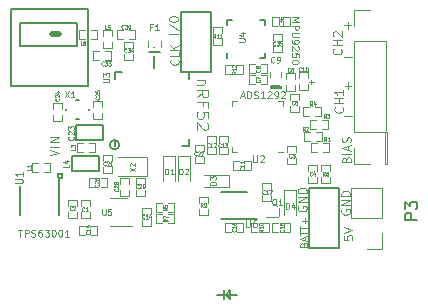
<source format=gto>
G04 #@! TF.FileFunction,Legend,Top*
%FSLAX46Y46*%
G04 Gerber Fmt 4.6, Leading zero omitted, Abs format (unit mm)*
G04 Created by KiCad (PCBNEW 4.0.4-stable) date 06/27/18 00:46:23*
%MOMM*%
%LPD*%
G01*
G04 APERTURE LIST*
%ADD10C,0.150000*%
%ADD11C,0.070000*%
%ADD12C,0.100000*%
%ADD13C,0.200000*%
%ADD14C,0.090000*%
%ADD15C,0.125000*%
%ADD16C,0.500000*%
%ADD17C,0.120000*%
%ADD18C,0.071120*%
%ADD19C,0.152400*%
%ADD20C,0.127000*%
%ADD21C,0.080000*%
%ADD22C,0.114300*%
%ADD23C,0.092000*%
%ADD24C,0.095000*%
G04 APERTURE END LIST*
D10*
D11*
X290637143Y-145482857D02*
X290665714Y-145397143D01*
X290694286Y-145368571D01*
X290751429Y-145340000D01*
X290837143Y-145340000D01*
X290894286Y-145368571D01*
X290922857Y-145397143D01*
X290951429Y-145454285D01*
X290951429Y-145682857D01*
X290351429Y-145682857D01*
X290351429Y-145482857D01*
X290380000Y-145425714D01*
X290408571Y-145397143D01*
X290465714Y-145368571D01*
X290522857Y-145368571D01*
X290580000Y-145397143D01*
X290608571Y-145425714D01*
X290637143Y-145482857D01*
X290637143Y-145682857D01*
X290780000Y-145111428D02*
X290780000Y-144825714D01*
X290951429Y-145168571D02*
X290351429Y-144968571D01*
X290951429Y-144768571D01*
X290351429Y-144654285D02*
X290351429Y-144311428D01*
X290951429Y-144482857D02*
X290351429Y-144482857D01*
X290351429Y-144197142D02*
X290351429Y-143854285D01*
X290951429Y-144025714D02*
X290351429Y-144025714D01*
X290722857Y-143654285D02*
X290722857Y-143197142D01*
X290951429Y-143425713D02*
X290494286Y-143425713D01*
D12*
X294029286Y-144712857D02*
X294029286Y-145070000D01*
X294386429Y-145105714D01*
X294350714Y-145070000D01*
X294315000Y-144998571D01*
X294315000Y-144820000D01*
X294350714Y-144748571D01*
X294386429Y-144712857D01*
X294457857Y-144677142D01*
X294636429Y-144677142D01*
X294707857Y-144712857D01*
X294743571Y-144748571D01*
X294779286Y-144820000D01*
X294779286Y-144998571D01*
X294743571Y-145070000D01*
X294707857Y-145105714D01*
X294029286Y-144462856D02*
X294779286Y-144212856D01*
X294029286Y-143962856D01*
X290205000Y-142221428D02*
X290169286Y-142292857D01*
X290169286Y-142400000D01*
X290205000Y-142507143D01*
X290276429Y-142578571D01*
X290347857Y-142614286D01*
X290490714Y-142650000D01*
X290597857Y-142650000D01*
X290740714Y-142614286D01*
X290812143Y-142578571D01*
X290883571Y-142507143D01*
X290919286Y-142400000D01*
X290919286Y-142328571D01*
X290883571Y-142221428D01*
X290847857Y-142185714D01*
X290597857Y-142185714D01*
X290597857Y-142328571D01*
X290919286Y-141864286D02*
X290169286Y-141864286D01*
X290919286Y-141435714D01*
X290169286Y-141435714D01*
X290919286Y-141078572D02*
X290169286Y-141078572D01*
X290169286Y-140900000D01*
X290205000Y-140792857D01*
X290276429Y-140721429D01*
X290347857Y-140685714D01*
X290490714Y-140650000D01*
X290597857Y-140650000D01*
X290740714Y-140685714D01*
X290812143Y-140721429D01*
X290883571Y-140792857D01*
X290919286Y-140900000D01*
X290919286Y-141078572D01*
D13*
X288690000Y-132180000D02*
X288690000Y-132020000D01*
X287880000Y-132180000D02*
X288690000Y-132180000D01*
X287880000Y-132020000D02*
X287880000Y-132180000D01*
X288680000Y-132020000D02*
X287880000Y-132020000D01*
D14*
X289628571Y-126232857D02*
X290228571Y-126232857D01*
X289800000Y-126432857D01*
X290228571Y-126632857D01*
X289628571Y-126632857D01*
X289628571Y-126918571D02*
X290228571Y-126918571D01*
X290228571Y-127147143D01*
X290200000Y-127204285D01*
X290171429Y-127232857D01*
X290114286Y-127261428D01*
X290028571Y-127261428D01*
X289971429Y-127232857D01*
X289942857Y-127204285D01*
X289914286Y-127147143D01*
X289914286Y-126918571D01*
X290228571Y-127518571D02*
X289742857Y-127518571D01*
X289685714Y-127547143D01*
X289657143Y-127575714D01*
X289628571Y-127632857D01*
X289628571Y-127747143D01*
X289657143Y-127804285D01*
X289685714Y-127832857D01*
X289742857Y-127861428D01*
X290228571Y-127861428D01*
X289628571Y-128175714D02*
X289628571Y-128289999D01*
X289657143Y-128347142D01*
X289685714Y-128375714D01*
X289771429Y-128432856D01*
X289885714Y-128461428D01*
X290114286Y-128461428D01*
X290171429Y-128432856D01*
X290200000Y-128404285D01*
X290228571Y-128347142D01*
X290228571Y-128232856D01*
X290200000Y-128175714D01*
X290171429Y-128147142D01*
X290114286Y-128118571D01*
X289971429Y-128118571D01*
X289914286Y-128147142D01*
X289885714Y-128175714D01*
X289857143Y-128232856D01*
X289857143Y-128347142D01*
X289885714Y-128404285D01*
X289914286Y-128432856D01*
X289971429Y-128461428D01*
X290171429Y-128690000D02*
X290200000Y-128718571D01*
X290228571Y-128775714D01*
X290228571Y-128918571D01*
X290200000Y-128975714D01*
X290171429Y-129004285D01*
X290114286Y-129032857D01*
X290057143Y-129032857D01*
X289971429Y-129004285D01*
X289628571Y-128661428D01*
X289628571Y-129032857D01*
X290228571Y-129575714D02*
X290228571Y-129290000D01*
X289942857Y-129261429D01*
X289971429Y-129290000D01*
X290000000Y-129347143D01*
X290000000Y-129490000D01*
X289971429Y-129547143D01*
X289942857Y-129575714D01*
X289885714Y-129604286D01*
X289742857Y-129604286D01*
X289685714Y-129575714D01*
X289657143Y-129547143D01*
X289628571Y-129490000D01*
X289628571Y-129347143D01*
X289657143Y-129290000D01*
X289685714Y-129261429D01*
X290228571Y-129975715D02*
X290228571Y-130032858D01*
X290200000Y-130090001D01*
X290171429Y-130118572D01*
X290114286Y-130147143D01*
X290000000Y-130175715D01*
X289857143Y-130175715D01*
X289742857Y-130147143D01*
X289685714Y-130118572D01*
X289657143Y-130090001D01*
X289628571Y-130032858D01*
X289628571Y-129975715D01*
X289657143Y-129918572D01*
X289685714Y-129890001D01*
X289742857Y-129861429D01*
X289857143Y-129832858D01*
X290000000Y-129832858D01*
X290114286Y-129861429D01*
X290171429Y-129890001D01*
X290200000Y-129918572D01*
X290228571Y-129975715D01*
X285328571Y-132910000D02*
X285614285Y-132910000D01*
X285271428Y-133081429D02*
X285471428Y-132481429D01*
X285671428Y-133081429D01*
X285871428Y-133081429D02*
X285871428Y-132481429D01*
X286014285Y-132481429D01*
X286100000Y-132510000D01*
X286157142Y-132567143D01*
X286185714Y-132624286D01*
X286214285Y-132738571D01*
X286214285Y-132824286D01*
X286185714Y-132938571D01*
X286157142Y-132995714D01*
X286100000Y-133052857D01*
X286014285Y-133081429D01*
X285871428Y-133081429D01*
X286442857Y-133052857D02*
X286528571Y-133081429D01*
X286671428Y-133081429D01*
X286728571Y-133052857D01*
X286757142Y-133024286D01*
X286785714Y-132967143D01*
X286785714Y-132910000D01*
X286757142Y-132852857D01*
X286728571Y-132824286D01*
X286671428Y-132795714D01*
X286557142Y-132767143D01*
X286500000Y-132738571D01*
X286471428Y-132710000D01*
X286442857Y-132652857D01*
X286442857Y-132595714D01*
X286471428Y-132538571D01*
X286500000Y-132510000D01*
X286557142Y-132481429D01*
X286700000Y-132481429D01*
X286785714Y-132510000D01*
X287357143Y-133081429D02*
X287014286Y-133081429D01*
X287185714Y-133081429D02*
X287185714Y-132481429D01*
X287128571Y-132567143D01*
X287071429Y-132624286D01*
X287014286Y-132652857D01*
X287585715Y-132538571D02*
X287614286Y-132510000D01*
X287671429Y-132481429D01*
X287814286Y-132481429D01*
X287871429Y-132510000D01*
X287900000Y-132538571D01*
X287928572Y-132595714D01*
X287928572Y-132652857D01*
X287900000Y-132738571D01*
X287557143Y-133081429D01*
X287928572Y-133081429D01*
X288214287Y-133081429D02*
X288328572Y-133081429D01*
X288385715Y-133052857D01*
X288414287Y-133024286D01*
X288471429Y-132938571D01*
X288500001Y-132824286D01*
X288500001Y-132595714D01*
X288471429Y-132538571D01*
X288442858Y-132510000D01*
X288385715Y-132481429D01*
X288271429Y-132481429D01*
X288214287Y-132510000D01*
X288185715Y-132538571D01*
X288157144Y-132595714D01*
X288157144Y-132738571D01*
X288185715Y-132795714D01*
X288214287Y-132824286D01*
X288271429Y-132852857D01*
X288385715Y-132852857D01*
X288442858Y-132824286D01*
X288471429Y-132795714D01*
X288500001Y-132738571D01*
X288728573Y-132538571D02*
X288757144Y-132510000D01*
X288814287Y-132481429D01*
X288957144Y-132481429D01*
X289014287Y-132510000D01*
X289042858Y-132538571D01*
X289071430Y-132595714D01*
X289071430Y-132652857D01*
X289042858Y-132738571D01*
X288700001Y-133081429D01*
X289071430Y-133081429D01*
X266484285Y-144201429D02*
X266827142Y-144201429D01*
X266655713Y-144801429D02*
X266655713Y-144201429D01*
X267027142Y-144801429D02*
X267027142Y-144201429D01*
X267255714Y-144201429D01*
X267312856Y-144230000D01*
X267341428Y-144258571D01*
X267369999Y-144315714D01*
X267369999Y-144401429D01*
X267341428Y-144458571D01*
X267312856Y-144487143D01*
X267255714Y-144515714D01*
X267027142Y-144515714D01*
X267598571Y-144772857D02*
X267684285Y-144801429D01*
X267827142Y-144801429D01*
X267884285Y-144772857D01*
X267912856Y-144744286D01*
X267941428Y-144687143D01*
X267941428Y-144630000D01*
X267912856Y-144572857D01*
X267884285Y-144544286D01*
X267827142Y-144515714D01*
X267712856Y-144487143D01*
X267655714Y-144458571D01*
X267627142Y-144430000D01*
X267598571Y-144372857D01*
X267598571Y-144315714D01*
X267627142Y-144258571D01*
X267655714Y-144230000D01*
X267712856Y-144201429D01*
X267855714Y-144201429D01*
X267941428Y-144230000D01*
X268455714Y-144201429D02*
X268341428Y-144201429D01*
X268284285Y-144230000D01*
X268255714Y-144258571D01*
X268198571Y-144344286D01*
X268170000Y-144458571D01*
X268170000Y-144687143D01*
X268198571Y-144744286D01*
X268227143Y-144772857D01*
X268284285Y-144801429D01*
X268398571Y-144801429D01*
X268455714Y-144772857D01*
X268484285Y-144744286D01*
X268512857Y-144687143D01*
X268512857Y-144544286D01*
X268484285Y-144487143D01*
X268455714Y-144458571D01*
X268398571Y-144430000D01*
X268284285Y-144430000D01*
X268227143Y-144458571D01*
X268198571Y-144487143D01*
X268170000Y-144544286D01*
X268712857Y-144201429D02*
X269084286Y-144201429D01*
X268884286Y-144430000D01*
X268970000Y-144430000D01*
X269027143Y-144458571D01*
X269055714Y-144487143D01*
X269084286Y-144544286D01*
X269084286Y-144687143D01*
X269055714Y-144744286D01*
X269027143Y-144772857D01*
X268970000Y-144801429D01*
X268798572Y-144801429D01*
X268741429Y-144772857D01*
X268712857Y-144744286D01*
X269455715Y-144201429D02*
X269512858Y-144201429D01*
X269570001Y-144230000D01*
X269598572Y-144258571D01*
X269627143Y-144315714D01*
X269655715Y-144430000D01*
X269655715Y-144572857D01*
X269627143Y-144687143D01*
X269598572Y-144744286D01*
X269570001Y-144772857D01*
X269512858Y-144801429D01*
X269455715Y-144801429D01*
X269398572Y-144772857D01*
X269370001Y-144744286D01*
X269341429Y-144687143D01*
X269312858Y-144572857D01*
X269312858Y-144430000D01*
X269341429Y-144315714D01*
X269370001Y-144258571D01*
X269398572Y-144230000D01*
X269455715Y-144201429D01*
X270027144Y-144201429D02*
X270084287Y-144201429D01*
X270141430Y-144230000D01*
X270170001Y-144258571D01*
X270198572Y-144315714D01*
X270227144Y-144430000D01*
X270227144Y-144572857D01*
X270198572Y-144687143D01*
X270170001Y-144744286D01*
X270141430Y-144772857D01*
X270084287Y-144801429D01*
X270027144Y-144801429D01*
X269970001Y-144772857D01*
X269941430Y-144744286D01*
X269912858Y-144687143D01*
X269884287Y-144572857D01*
X269884287Y-144430000D01*
X269912858Y-144315714D01*
X269941430Y-144258571D01*
X269970001Y-144230000D01*
X270027144Y-144201429D01*
X270798573Y-144801429D02*
X270455716Y-144801429D01*
X270627144Y-144801429D02*
X270627144Y-144201429D01*
X270570001Y-144287143D01*
X270512859Y-144344286D01*
X270455716Y-144372857D01*
D12*
X294078572Y-134588095D02*
X294721429Y-134588095D01*
X294114286Y-132012857D02*
X294685715Y-132012857D01*
X294400001Y-132294762D02*
X294400001Y-131730952D01*
D14*
X291099524Y-131695714D02*
X291480476Y-131695714D01*
X291290000Y-131886190D02*
X291290000Y-131505238D01*
D12*
X294094286Y-126912857D02*
X294665715Y-126912857D01*
X294380001Y-127194762D02*
X294380001Y-126630952D01*
D13*
X277550000Y-129140000D02*
X278460000Y-129140000D01*
X277980000Y-128770000D02*
X277980000Y-128700000D01*
X278000000Y-130530000D02*
X278000000Y-129530000D01*
D12*
X294098572Y-129568095D02*
X294741429Y-129568095D01*
X279976667Y-127633332D02*
X279276667Y-127633332D01*
X279243333Y-126799999D02*
X280143333Y-127399999D01*
X279276667Y-126433333D02*
X279276667Y-126300000D01*
X279310000Y-126233333D01*
X279376667Y-126166666D01*
X279510000Y-126133333D01*
X279743333Y-126133333D01*
X279876667Y-126166666D01*
X279943333Y-126233333D01*
X279976667Y-126300000D01*
X279976667Y-126433333D01*
X279943333Y-126500000D01*
X279876667Y-126566666D01*
X279743333Y-126600000D01*
X279510000Y-126600000D01*
X279376667Y-126566666D01*
X279310000Y-126500000D01*
X279276667Y-126433333D01*
D13*
X265900000Y-132000000D02*
X265900000Y-125500000D01*
X272400000Y-132000000D02*
X265900000Y-132000000D01*
X272400000Y-125500000D02*
X272400000Y-132000000D01*
X265900000Y-125500000D02*
X272400000Y-125500000D01*
X284232500Y-149712500D02*
X284332500Y-149612500D01*
X284232500Y-149812500D02*
X284332500Y-149812500D01*
D10*
X285032500Y-149712500D02*
X283332500Y-149712500D01*
X283932500Y-150112500D02*
X283932500Y-149312500D01*
D13*
X284432500Y-149312500D02*
X284032500Y-149712500D01*
X284432500Y-150112500D02*
X284032500Y-149712500D01*
X284432500Y-149312500D02*
X284432500Y-150112500D01*
D15*
X282254286Y-131504762D02*
X281587619Y-131504762D01*
X282159048Y-131504762D02*
X282206667Y-131552381D01*
X282254286Y-131647619D01*
X282254286Y-131790477D01*
X282206667Y-131885715D01*
X282111429Y-131933334D01*
X281587619Y-131933334D01*
X281587619Y-132980953D02*
X282063810Y-132647619D01*
X281587619Y-132409524D02*
X282587619Y-132409524D01*
X282587619Y-132790477D01*
X282540000Y-132885715D01*
X282492381Y-132933334D01*
X282397143Y-132980953D01*
X282254286Y-132980953D01*
X282159048Y-132933334D01*
X282111429Y-132885715D01*
X282063810Y-132790477D01*
X282063810Y-132409524D01*
X282111429Y-133742858D02*
X282111429Y-133409524D01*
X281587619Y-133409524D02*
X282587619Y-133409524D01*
X282587619Y-133885715D01*
X282587619Y-134742858D02*
X282587619Y-134266667D01*
X282111429Y-134219048D01*
X282159048Y-134266667D01*
X282206667Y-134361905D01*
X282206667Y-134600001D01*
X282159048Y-134695239D01*
X282111429Y-134742858D01*
X282016190Y-134790477D01*
X281778095Y-134790477D01*
X281682857Y-134742858D01*
X281635238Y-134695239D01*
X281587619Y-134600001D01*
X281587619Y-134361905D01*
X281635238Y-134266667D01*
X281682857Y-134219048D01*
X282492381Y-135171429D02*
X282540000Y-135219048D01*
X282587619Y-135314286D01*
X282587619Y-135552382D01*
X282540000Y-135647620D01*
X282492381Y-135695239D01*
X282397143Y-135742858D01*
X282301905Y-135742858D01*
X282159048Y-135695239D01*
X281587619Y-135123810D01*
X281587619Y-135742858D01*
D12*
X294257143Y-138263572D02*
X294292381Y-138156429D01*
X294327619Y-138120714D01*
X294398095Y-138085000D01*
X294503810Y-138085000D01*
X294574286Y-138120714D01*
X294609524Y-138156429D01*
X294644762Y-138227857D01*
X294644762Y-138513572D01*
X293904762Y-138513572D01*
X293904762Y-138263572D01*
X293940000Y-138192143D01*
X293975238Y-138156429D01*
X294045714Y-138120714D01*
X294116190Y-138120714D01*
X294186667Y-138156429D01*
X294221905Y-138192143D01*
X294257143Y-138263572D01*
X294257143Y-138513572D01*
X294644762Y-137763572D02*
X293904762Y-137763572D01*
X294433333Y-137442143D02*
X294433333Y-137085000D01*
X294644762Y-137513571D02*
X293904762Y-137263571D01*
X294644762Y-137013571D01*
X294609524Y-136799286D02*
X294644762Y-136692143D01*
X294644762Y-136513572D01*
X294609524Y-136442143D01*
X294574286Y-136406429D01*
X294503810Y-136370714D01*
X294433333Y-136370714D01*
X294362857Y-136406429D01*
X294327619Y-136442143D01*
X294292381Y-136513572D01*
X294257143Y-136656429D01*
X294221905Y-136727857D01*
X294186667Y-136763572D01*
X294116190Y-136799286D01*
X294045714Y-136799286D01*
X293975238Y-136763572D01*
X293940000Y-136727857D01*
X293904762Y-136656429D01*
X293904762Y-136477857D01*
X293940000Y-136370714D01*
X293804286Y-128897857D02*
X293839524Y-128933571D01*
X293874762Y-129040714D01*
X293874762Y-129112143D01*
X293839524Y-129219286D01*
X293769048Y-129290714D01*
X293698571Y-129326429D01*
X293557619Y-129362143D01*
X293451905Y-129362143D01*
X293310952Y-129326429D01*
X293240476Y-129290714D01*
X293170000Y-129219286D01*
X293134762Y-129112143D01*
X293134762Y-129040714D01*
X293170000Y-128933571D01*
X293205238Y-128897857D01*
X293874762Y-128576429D02*
X293134762Y-128576429D01*
X293487143Y-128576429D02*
X293487143Y-128147857D01*
X293874762Y-128147857D02*
X293134762Y-128147857D01*
X293205238Y-127826429D02*
X293170000Y-127790715D01*
X293134762Y-127719286D01*
X293134762Y-127540715D01*
X293170000Y-127469286D01*
X293205238Y-127433572D01*
X293275714Y-127397857D01*
X293346190Y-127397857D01*
X293451905Y-127433572D01*
X293874762Y-127862143D01*
X293874762Y-127397857D01*
X293924286Y-133837857D02*
X293959524Y-133873571D01*
X293994762Y-133980714D01*
X293994762Y-134052143D01*
X293959524Y-134159286D01*
X293889048Y-134230714D01*
X293818571Y-134266429D01*
X293677619Y-134302143D01*
X293571905Y-134302143D01*
X293430952Y-134266429D01*
X293360476Y-134230714D01*
X293290000Y-134159286D01*
X293254762Y-134052143D01*
X293254762Y-133980714D01*
X293290000Y-133873571D01*
X293325238Y-133837857D01*
X293994762Y-133516429D02*
X293254762Y-133516429D01*
X293607143Y-133516429D02*
X293607143Y-133087857D01*
X293994762Y-133087857D02*
X293254762Y-133087857D01*
X293994762Y-132337857D02*
X293994762Y-132766429D01*
X293994762Y-132552143D02*
X293254762Y-132552143D01*
X293360476Y-132623572D01*
X293430952Y-132695000D01*
X293466190Y-132766429D01*
D13*
X270243607Y-139655000D02*
G75*
G03X270243607Y-139655000I-223607J0D01*
G01*
X275033113Y-137010000D02*
G75*
G03X275033113Y-137010000I-403113J0D01*
G01*
D12*
X280000000Y-129816666D02*
X280033333Y-129850000D01*
X280066667Y-129950000D01*
X280066667Y-130016666D01*
X280033333Y-130116666D01*
X279966667Y-130183333D01*
X279900000Y-130216666D01*
X279766667Y-130250000D01*
X279666667Y-130250000D01*
X279533333Y-130216666D01*
X279466667Y-130183333D01*
X279400000Y-130116666D01*
X279366667Y-130016666D01*
X279366667Y-129950000D01*
X279400000Y-129850000D01*
X279433333Y-129816666D01*
X280066667Y-129183333D02*
X280066667Y-129516666D01*
X279366667Y-129516666D01*
X280066667Y-128949999D02*
X279366667Y-128949999D01*
X280066667Y-128549999D02*
X279666667Y-128849999D01*
X279366667Y-128549999D02*
X279766667Y-128949999D01*
X293875000Y-142491428D02*
X293839286Y-142562857D01*
X293839286Y-142670000D01*
X293875000Y-142777143D01*
X293946429Y-142848571D01*
X294017857Y-142884286D01*
X294160714Y-142920000D01*
X294267857Y-142920000D01*
X294410714Y-142884286D01*
X294482143Y-142848571D01*
X294553571Y-142777143D01*
X294589286Y-142670000D01*
X294589286Y-142598571D01*
X294553571Y-142491428D01*
X294517857Y-142455714D01*
X294267857Y-142455714D01*
X294267857Y-142598571D01*
X294589286Y-142134286D02*
X293839286Y-142134286D01*
X294589286Y-141705714D01*
X293839286Y-141705714D01*
X294589286Y-141348572D02*
X293839286Y-141348572D01*
X293839286Y-141170000D01*
X293875000Y-141062857D01*
X293946429Y-140991429D01*
X294017857Y-140955714D01*
X294160714Y-140920000D01*
X294267857Y-140920000D01*
X294410714Y-140955714D01*
X294482143Y-140991429D01*
X294553571Y-141062857D01*
X294589286Y-141170000D01*
X294589286Y-141348572D01*
X269199286Y-137921428D02*
X269949286Y-137671428D01*
X269199286Y-137421428D01*
X269949286Y-137171429D02*
X269199286Y-137171429D01*
X269949286Y-136814286D02*
X269199286Y-136814286D01*
X269949286Y-136385714D01*
X269199286Y-136385714D01*
D16*
X269900000Y-127673000D02*
X269320000Y-127673000D01*
D17*
X297320000Y-140640000D02*
X294660000Y-140640000D01*
X297320000Y-143240000D02*
X297320000Y-140640000D01*
X294660000Y-143240000D02*
X294660000Y-140640000D01*
X297320000Y-143240000D02*
X294660000Y-143240000D01*
X297320000Y-144510000D02*
X297320000Y-145840000D01*
X297320000Y-145840000D02*
X295990000Y-145840000D01*
X294940000Y-135900000D02*
X297600000Y-135900000D01*
X294940000Y-128220000D02*
X294940000Y-135900000D01*
X297600000Y-128220000D02*
X297600000Y-135900000D01*
X294940000Y-128220000D02*
X297600000Y-128220000D01*
X294940000Y-126950000D02*
X294940000Y-125620000D01*
X294940000Y-125620000D02*
X296270000Y-125620000D01*
D18*
X278676000Y-141909000D02*
X278168000Y-141909000D01*
X278168000Y-141909000D02*
X278168000Y-142671000D01*
X278168000Y-142671000D02*
X278676000Y-142671000D01*
X279184000Y-141909000D02*
X279692000Y-141909000D01*
X279692000Y-141909000D02*
X279692000Y-142671000D01*
X279692000Y-142671000D02*
X279184000Y-142671000D01*
D17*
X274250000Y-143870000D02*
X276150000Y-143870000D01*
X275650000Y-141550000D02*
X274250000Y-141550000D01*
X290020000Y-140880000D02*
X289020000Y-140880000D01*
X289020000Y-140880000D02*
X289020000Y-142980000D01*
X290020000Y-140880000D02*
X290020000Y-142980000D01*
D18*
X288506000Y-143629000D02*
X287998000Y-143629000D01*
X287998000Y-143629000D02*
X287998000Y-144391000D01*
X287998000Y-144391000D02*
X288506000Y-144391000D01*
X289014000Y-143629000D02*
X289522000Y-143629000D01*
X289522000Y-143629000D02*
X289522000Y-144391000D01*
X289522000Y-144391000D02*
X289014000Y-144391000D01*
X286726000Y-143629000D02*
X286218000Y-143629000D01*
X286218000Y-143629000D02*
X286218000Y-144391000D01*
X286218000Y-144391000D02*
X286726000Y-144391000D01*
X287234000Y-143629000D02*
X287742000Y-143629000D01*
X287742000Y-143629000D02*
X287742000Y-144391000D01*
X287742000Y-144391000D02*
X287234000Y-144391000D01*
X285004000Y-144401000D02*
X285512000Y-144401000D01*
X285512000Y-144401000D02*
X285512000Y-143639000D01*
X285512000Y-143639000D02*
X285004000Y-143639000D01*
X284496000Y-144401000D02*
X283988000Y-144401000D01*
X283988000Y-144401000D02*
X283988000Y-143639000D01*
X283988000Y-143639000D02*
X284496000Y-143639000D01*
X281759000Y-142444000D02*
X281759000Y-142952000D01*
X281759000Y-142952000D02*
X282521000Y-142952000D01*
X282521000Y-142952000D02*
X282521000Y-142444000D01*
X281759000Y-141936000D02*
X281759000Y-141428000D01*
X281759000Y-141428000D02*
X282521000Y-141428000D01*
X282521000Y-141428000D02*
X282521000Y-141936000D01*
X287109000Y-141274000D02*
X287109000Y-141782000D01*
X287109000Y-141782000D02*
X287871000Y-141782000D01*
X287871000Y-141782000D02*
X287871000Y-141274000D01*
X287109000Y-140766000D02*
X287109000Y-140258000D01*
X287109000Y-140258000D02*
X287871000Y-140258000D01*
X287871000Y-140258000D02*
X287871000Y-140766000D01*
D17*
X284340000Y-140550000D02*
X284340000Y-139550000D01*
X284340000Y-139550000D02*
X282240000Y-139550000D01*
X284340000Y-140550000D02*
X282240000Y-140550000D01*
D18*
X282181000Y-137516000D02*
X282181000Y-137008000D01*
X282181000Y-137008000D02*
X281419000Y-137008000D01*
X281419000Y-137008000D02*
X281419000Y-137516000D01*
X282181000Y-138024000D02*
X282181000Y-138532000D01*
X282181000Y-138532000D02*
X281419000Y-138532000D01*
X281419000Y-138532000D02*
X281419000Y-138024000D01*
X279184000Y-143651000D02*
X279692000Y-143651000D01*
X279692000Y-143651000D02*
X279692000Y-142889000D01*
X279692000Y-142889000D02*
X279184000Y-142889000D01*
X278676000Y-143651000D02*
X278168000Y-143651000D01*
X278168000Y-143651000D02*
X278168000Y-142889000D01*
X278168000Y-142889000D02*
X278676000Y-142889000D01*
X276929000Y-143354000D02*
X276929000Y-143862000D01*
X276929000Y-143862000D02*
X277691000Y-143862000D01*
X277691000Y-143862000D02*
X277691000Y-143354000D01*
X276929000Y-142846000D02*
X276929000Y-142338000D01*
X276929000Y-142338000D02*
X277691000Y-142338000D01*
X277691000Y-142338000D02*
X277691000Y-142846000D01*
X272654000Y-144641000D02*
X273162000Y-144641000D01*
X273162000Y-144641000D02*
X273162000Y-143879000D01*
X273162000Y-143879000D02*
X272654000Y-143879000D01*
X272146000Y-144641000D02*
X271638000Y-144641000D01*
X271638000Y-144641000D02*
X271638000Y-143879000D01*
X271638000Y-143879000D02*
X272146000Y-143879000D01*
D17*
X284610000Y-137620000D02*
X284610000Y-137195000D01*
X288910000Y-133320000D02*
X288910000Y-133745000D01*
X284610000Y-133320000D02*
X284610000Y-133745000D01*
X288910000Y-137620000D02*
X288485000Y-137620000D01*
X288910000Y-133320000D02*
X288485000Y-133320000D01*
X284610000Y-133320000D02*
X285035000Y-133320000D01*
X284610000Y-137620000D02*
X285035000Y-137620000D01*
D18*
X289509000Y-133704000D02*
X289509000Y-134212000D01*
X289509000Y-134212000D02*
X290271000Y-134212000D01*
X290271000Y-134212000D02*
X290271000Y-133704000D01*
X289509000Y-133196000D02*
X289509000Y-132688000D01*
X289509000Y-132688000D02*
X290271000Y-132688000D01*
X290271000Y-132688000D02*
X290271000Y-133196000D01*
X289219000Y-138164000D02*
X289219000Y-138672000D01*
X289219000Y-138672000D02*
X289981000Y-138672000D01*
X289981000Y-138672000D02*
X289981000Y-138164000D01*
X289219000Y-137656000D02*
X289219000Y-137148000D01*
X289219000Y-137148000D02*
X289981000Y-137148000D01*
X289981000Y-137148000D02*
X289981000Y-137656000D01*
X284211000Y-136806000D02*
X284211000Y-136298000D01*
X284211000Y-136298000D02*
X283449000Y-136298000D01*
X283449000Y-136298000D02*
X283449000Y-136806000D01*
X284211000Y-137314000D02*
X284211000Y-137822000D01*
X284211000Y-137822000D02*
X283449000Y-137822000D01*
X283449000Y-137822000D02*
X283449000Y-137314000D01*
X283221000Y-136806000D02*
X283221000Y-136298000D01*
X283221000Y-136298000D02*
X282459000Y-136298000D01*
X282459000Y-136298000D02*
X282459000Y-136806000D01*
X283221000Y-137314000D02*
X283221000Y-137822000D01*
X283221000Y-137822000D02*
X282459000Y-137822000D01*
X282459000Y-137822000D02*
X282459000Y-137314000D01*
X286516000Y-130189000D02*
X286008000Y-130189000D01*
X286008000Y-130189000D02*
X286008000Y-130951000D01*
X286008000Y-130951000D02*
X286516000Y-130951000D01*
X287024000Y-130189000D02*
X287532000Y-130189000D01*
X287532000Y-130189000D02*
X287532000Y-130951000D01*
X287532000Y-130951000D02*
X287024000Y-130951000D01*
X290981000Y-131386000D02*
X290981000Y-130878000D01*
X290981000Y-130878000D02*
X290219000Y-130878000D01*
X290219000Y-130878000D02*
X290219000Y-131386000D01*
X290981000Y-131894000D02*
X290981000Y-132402000D01*
X290981000Y-132402000D02*
X290219000Y-132402000D01*
X290219000Y-132402000D02*
X290219000Y-131894000D01*
X286516000Y-131139000D02*
X286008000Y-131139000D01*
X286008000Y-131139000D02*
X286008000Y-131901000D01*
X286008000Y-131901000D02*
X286516000Y-131901000D01*
X287024000Y-131139000D02*
X287532000Y-131139000D01*
X287532000Y-131139000D02*
X287532000Y-131901000D01*
X287532000Y-131901000D02*
X287024000Y-131901000D01*
D10*
X266670000Y-140525000D02*
X266670000Y-142975000D01*
X269970000Y-139800000D02*
X269970000Y-142975000D01*
D18*
X268186000Y-138589000D02*
X267678000Y-138589000D01*
X267678000Y-138589000D02*
X267678000Y-139351000D01*
X267678000Y-139351000D02*
X268186000Y-139351000D01*
X268694000Y-138589000D02*
X269202000Y-138589000D01*
X269202000Y-138589000D02*
X269202000Y-139351000D01*
X269202000Y-139351000D02*
X268694000Y-139351000D01*
X291004000Y-139714000D02*
X291004000Y-140222000D01*
X291004000Y-140222000D02*
X291766000Y-140222000D01*
X291766000Y-140222000D02*
X291766000Y-139714000D01*
X291004000Y-139206000D02*
X291004000Y-138698000D01*
X291004000Y-138698000D02*
X291766000Y-138698000D01*
X291766000Y-138698000D02*
X291766000Y-139206000D01*
X273689000Y-138854000D02*
X273689000Y-139362000D01*
X273689000Y-139362000D02*
X274451000Y-139362000D01*
X274451000Y-139362000D02*
X274451000Y-138854000D01*
X273689000Y-138346000D02*
X273689000Y-137838000D01*
X273689000Y-137838000D02*
X274451000Y-137838000D01*
X274451000Y-137838000D02*
X274451000Y-138346000D01*
D10*
X287350000Y-129680000D02*
X286950000Y-129680000D01*
X287350000Y-129680000D02*
X287350000Y-129280000D01*
X287350000Y-126480000D02*
X286950000Y-126480000D01*
X287350000Y-126480000D02*
X287350000Y-126880000D01*
X284150000Y-126480000D02*
X284550000Y-126480000D01*
X284150000Y-126480000D02*
X284150000Y-126880000D01*
X284150000Y-129680000D02*
X284150000Y-129280000D01*
D18*
X284984000Y-130991000D02*
X285492000Y-130991000D01*
X285492000Y-130991000D02*
X285492000Y-130229000D01*
X285492000Y-130229000D02*
X284984000Y-130229000D01*
X284476000Y-130991000D02*
X283968000Y-130991000D01*
X283968000Y-130991000D02*
X283968000Y-130229000D01*
X283968000Y-130229000D02*
X284476000Y-130229000D01*
X283721000Y-127556000D02*
X283721000Y-127048000D01*
X283721000Y-127048000D02*
X282959000Y-127048000D01*
X282959000Y-127048000D02*
X282959000Y-127556000D01*
X283721000Y-128064000D02*
X283721000Y-128572000D01*
X283721000Y-128572000D02*
X282959000Y-128572000D01*
X282959000Y-128572000D02*
X282959000Y-128064000D01*
X288456000Y-126209000D02*
X287948000Y-126209000D01*
X287948000Y-126209000D02*
X287948000Y-126971000D01*
X287948000Y-126971000D02*
X288456000Y-126971000D01*
X288964000Y-126209000D02*
X289472000Y-126209000D01*
X289472000Y-126209000D02*
X289472000Y-126971000D01*
X289472000Y-126971000D02*
X288964000Y-126971000D01*
X288771000Y-128156000D02*
X288771000Y-127648000D01*
X288771000Y-127648000D02*
X288009000Y-127648000D01*
X288009000Y-127648000D02*
X288009000Y-128156000D01*
X288771000Y-128664000D02*
X288771000Y-129172000D01*
X288771000Y-129172000D02*
X288009000Y-129172000D01*
X288009000Y-129172000D02*
X288009000Y-128664000D01*
D17*
X277470000Y-128250000D02*
X277470000Y-128750000D01*
X278530000Y-128750000D02*
X278530000Y-128250000D01*
D18*
X275459000Y-129294000D02*
X275459000Y-129802000D01*
X275459000Y-129802000D02*
X276221000Y-129802000D01*
X276221000Y-129802000D02*
X276221000Y-129294000D01*
X275459000Y-128786000D02*
X275459000Y-128278000D01*
X275459000Y-128278000D02*
X276221000Y-128278000D01*
X276221000Y-128278000D02*
X276221000Y-128786000D01*
X273346000Y-129069000D02*
X272838000Y-129069000D01*
X272838000Y-129069000D02*
X272838000Y-129831000D01*
X272838000Y-129831000D02*
X273346000Y-129831000D01*
X273854000Y-129069000D02*
X274362000Y-129069000D01*
X274362000Y-129069000D02*
X274362000Y-129831000D01*
X274362000Y-129831000D02*
X273854000Y-129831000D01*
D19*
X282770000Y-130830000D02*
X280230000Y-130830000D01*
X280230000Y-130830000D02*
X280230000Y-125750000D01*
X280230000Y-125750000D02*
X282770000Y-125750000D01*
X282770000Y-125750000D02*
X282770000Y-130830000D01*
D17*
X280990000Y-137950000D02*
X279990000Y-137950000D01*
X279990000Y-137950000D02*
X279990000Y-140050000D01*
X280990000Y-137950000D02*
X280990000Y-140050000D01*
D18*
X285694000Y-139171000D02*
X286202000Y-139171000D01*
X286202000Y-139171000D02*
X286202000Y-138409000D01*
X286202000Y-138409000D02*
X285694000Y-138409000D01*
X285186000Y-139171000D02*
X284678000Y-139171000D01*
X284678000Y-139171000D02*
X284678000Y-138409000D01*
X284678000Y-138409000D02*
X285186000Y-138409000D01*
X289881000Y-131416000D02*
X289881000Y-130908000D01*
X289881000Y-130908000D02*
X289119000Y-130908000D01*
X289119000Y-130908000D02*
X289119000Y-131416000D01*
X289881000Y-131924000D02*
X289881000Y-132432000D01*
X289881000Y-132432000D02*
X289119000Y-132432000D01*
X289119000Y-132432000D02*
X289119000Y-131924000D01*
X270659000Y-142704000D02*
X270659000Y-143212000D01*
X270659000Y-143212000D02*
X271421000Y-143212000D01*
X271421000Y-143212000D02*
X271421000Y-142704000D01*
X270659000Y-142196000D02*
X270659000Y-141688000D01*
X270659000Y-141688000D02*
X271421000Y-141688000D01*
X271421000Y-141688000D02*
X271421000Y-142196000D01*
X271759000Y-142714000D02*
X271759000Y-143222000D01*
X271759000Y-143222000D02*
X272521000Y-143222000D01*
X272521000Y-143222000D02*
X272521000Y-142714000D01*
X271759000Y-142206000D02*
X271759000Y-141698000D01*
X271759000Y-141698000D02*
X272521000Y-141698000D01*
X272521000Y-141698000D02*
X272521000Y-142206000D01*
X292104000Y-139714000D02*
X292104000Y-140222000D01*
X292104000Y-140222000D02*
X292866000Y-140222000D01*
X292866000Y-140222000D02*
X292866000Y-139714000D01*
X292104000Y-139206000D02*
X292104000Y-138698000D01*
X292104000Y-138698000D02*
X292866000Y-138698000D01*
X292866000Y-138698000D02*
X292866000Y-139206000D01*
X291136000Y-133809000D02*
X290628000Y-133809000D01*
X290628000Y-133809000D02*
X290628000Y-134571000D01*
X290628000Y-134571000D02*
X291136000Y-134571000D01*
X291644000Y-133809000D02*
X292152000Y-133809000D01*
X292152000Y-133809000D02*
X292152000Y-134571000D01*
X292152000Y-134571000D02*
X291644000Y-134571000D01*
X291716000Y-134889000D02*
X291208000Y-134889000D01*
X291208000Y-134889000D02*
X291208000Y-135651000D01*
X291208000Y-135651000D02*
X291716000Y-135651000D01*
X292224000Y-134889000D02*
X292732000Y-134889000D01*
X292732000Y-134889000D02*
X292732000Y-135651000D01*
X292732000Y-135651000D02*
X292224000Y-135651000D01*
X291146000Y-135909000D02*
X290638000Y-135909000D01*
X290638000Y-135909000D02*
X290638000Y-136671000D01*
X290638000Y-136671000D02*
X291146000Y-136671000D01*
X291654000Y-135909000D02*
X292162000Y-135909000D01*
X292162000Y-135909000D02*
X292162000Y-136671000D01*
X292162000Y-136671000D02*
X291654000Y-136671000D01*
X291756000Y-136899000D02*
X291248000Y-136899000D01*
X291248000Y-136899000D02*
X291248000Y-137661000D01*
X291248000Y-137661000D02*
X291756000Y-137661000D01*
X292264000Y-136899000D02*
X292772000Y-136899000D01*
X292772000Y-136899000D02*
X292772000Y-137661000D01*
X292772000Y-137661000D02*
X292264000Y-137661000D01*
D17*
X279740000Y-137950000D02*
X278740000Y-137950000D01*
X278740000Y-137950000D02*
X278740000Y-140050000D01*
X279740000Y-137950000D02*
X279740000Y-140050000D01*
D19*
X293650000Y-145720000D02*
X291110000Y-145720000D01*
X291110000Y-145720000D02*
X291110000Y-140640000D01*
X291110000Y-140640000D02*
X293650000Y-140640000D01*
X293650000Y-140640000D02*
X293650000Y-145720000D01*
D20*
X273313000Y-139255000D02*
X271027000Y-139255000D01*
X271027000Y-139255000D02*
X271027000Y-137985000D01*
X271027000Y-137985000D02*
X273313000Y-137985000D01*
X273313000Y-137985000D02*
X273313000Y-139255000D01*
D10*
X272500000Y-134050000D02*
X272500000Y-134100000D01*
X272500000Y-134050000D02*
X272500000Y-134000000D01*
X270500000Y-134050000D02*
X270500000Y-134100000D01*
X270500000Y-134050000D02*
X270500000Y-134000000D01*
X271500000Y-134850000D02*
X271650000Y-134850000D01*
X271500000Y-134850000D02*
X271350000Y-134850000D01*
X271500000Y-133250000D02*
X271650000Y-133250000D01*
X271500000Y-133250000D02*
X271350000Y-133250000D01*
D18*
X275831000Y-140296000D02*
X275831000Y-139788000D01*
X275831000Y-139788000D02*
X275069000Y-139788000D01*
X275069000Y-139788000D02*
X275069000Y-140296000D01*
X275831000Y-140804000D02*
X275831000Y-141312000D01*
X275831000Y-141312000D02*
X275069000Y-141312000D01*
X275069000Y-141312000D02*
X275069000Y-140804000D01*
X273454000Y-140581000D02*
X273962000Y-140581000D01*
X273962000Y-140581000D02*
X273962000Y-139819000D01*
X273962000Y-139819000D02*
X273454000Y-139819000D01*
X272946000Y-140581000D02*
X272438000Y-140581000D01*
X272438000Y-140581000D02*
X272438000Y-139819000D01*
X272438000Y-139819000D02*
X272946000Y-139819000D01*
X270181000Y-133946000D02*
X270181000Y-133438000D01*
X270181000Y-133438000D02*
X269419000Y-133438000D01*
X269419000Y-133438000D02*
X269419000Y-133946000D01*
X270181000Y-134454000D02*
X270181000Y-134962000D01*
X270181000Y-134962000D02*
X269419000Y-134962000D01*
X269419000Y-134962000D02*
X269419000Y-134454000D01*
X272819000Y-134354000D02*
X272819000Y-134862000D01*
X272819000Y-134862000D02*
X273581000Y-134862000D01*
X273581000Y-134862000D02*
X273581000Y-134354000D01*
X272819000Y-133846000D02*
X272819000Y-133338000D01*
X272819000Y-133338000D02*
X273581000Y-133338000D01*
X273581000Y-133338000D02*
X273581000Y-133846000D01*
X277231000Y-140296000D02*
X277231000Y-139788000D01*
X277231000Y-139788000D02*
X276469000Y-139788000D01*
X276469000Y-139788000D02*
X276469000Y-140296000D01*
X277231000Y-140804000D02*
X277231000Y-141312000D01*
X277231000Y-141312000D02*
X276469000Y-141312000D01*
X276469000Y-141312000D02*
X276469000Y-140804000D01*
D10*
X266645000Y-126673000D02*
X271445000Y-126673000D01*
X271445000Y-126673000D02*
X271445000Y-128673000D01*
X271345000Y-128673000D02*
X266645000Y-128673000D01*
X266645000Y-128673000D02*
X266645000Y-126673000D01*
X271445000Y-128673000D02*
X271345000Y-128673000D01*
D18*
X272654000Y-128081000D02*
X273162000Y-128081000D01*
X273162000Y-128081000D02*
X273162000Y-127319000D01*
X273162000Y-127319000D02*
X272654000Y-127319000D01*
X272146000Y-128081000D02*
X271638000Y-128081000D01*
X271638000Y-128081000D02*
X271638000Y-127319000D01*
X271638000Y-127319000D02*
X272146000Y-127319000D01*
X274381000Y-127846000D02*
X274381000Y-127338000D01*
X274381000Y-127338000D02*
X273619000Y-127338000D01*
X273619000Y-127338000D02*
X273619000Y-127846000D01*
X274381000Y-128354000D02*
X274381000Y-128862000D01*
X274381000Y-128862000D02*
X273619000Y-128862000D01*
X273619000Y-128862000D02*
X273619000Y-128354000D01*
X275854000Y-128081000D02*
X276362000Y-128081000D01*
X276362000Y-128081000D02*
X276362000Y-127319000D01*
X276362000Y-127319000D02*
X275854000Y-127319000D01*
X275346000Y-128081000D02*
X274838000Y-128081000D01*
X274838000Y-128081000D02*
X274838000Y-127319000D01*
X274838000Y-127319000D02*
X275346000Y-127319000D01*
X271926000Y-136889000D02*
X271418000Y-136889000D01*
X271418000Y-136889000D02*
X271418000Y-137651000D01*
X271418000Y-137651000D02*
X271926000Y-137651000D01*
X272434000Y-136889000D02*
X272942000Y-136889000D01*
X272942000Y-136889000D02*
X272942000Y-137651000D01*
X272942000Y-137651000D02*
X272434000Y-137651000D01*
D20*
X273643000Y-136635000D02*
X271357000Y-136635000D01*
X271357000Y-136635000D02*
X271357000Y-135365000D01*
X271357000Y-135365000D02*
X273643000Y-135365000D01*
X273643000Y-135365000D02*
X273643000Y-136635000D01*
D17*
X297540000Y-138670000D02*
X297660000Y-138670000D01*
X297660000Y-138670000D02*
X297660000Y-135890000D01*
X297660000Y-135890000D02*
X297540000Y-135890000D01*
X297540000Y-135890000D02*
X297540000Y-138670000D01*
X296270000Y-138670000D02*
X294880000Y-138670000D01*
X294880000Y-138670000D02*
X294880000Y-137280000D01*
D10*
X274675000Y-130875000D02*
X275275000Y-130875000D01*
X280925000Y-137125000D02*
X280325000Y-137125000D01*
X280925000Y-130875000D02*
X280325000Y-130875000D01*
X274675000Y-137125000D02*
X274675000Y-136525000D01*
X280925000Y-137125000D02*
X280925000Y-136525000D01*
X280925000Y-130875000D02*
X280925000Y-131475000D01*
X274675000Y-130875000D02*
X274675000Y-131475000D01*
D17*
X274950000Y-139650000D02*
X277350000Y-139650000D01*
X277350000Y-139650000D02*
X277350000Y-138050000D01*
X277350000Y-138050000D02*
X274950000Y-138050000D01*
X287810000Y-130810000D02*
X287810000Y-131310000D01*
X288750000Y-131310000D02*
X288750000Y-130810000D01*
D10*
X285835000Y-141015000D02*
X283685000Y-141015000D01*
X286660000Y-143265000D02*
X283685000Y-143265000D01*
D12*
X288590000Y-143080000D02*
X288590000Y-142380000D01*
X288460000Y-143155000D02*
X287460000Y-143155000D01*
D10*
X300252381Y-143348095D02*
X299252381Y-143348095D01*
X299252381Y-142967142D01*
X299300000Y-142871904D01*
X299347619Y-142824285D01*
X299442857Y-142776666D01*
X299585714Y-142776666D01*
X299680952Y-142824285D01*
X299728571Y-142871904D01*
X299776190Y-142967142D01*
X299776190Y-143348095D01*
X299252381Y-142443333D02*
X299252381Y-141824285D01*
X299633333Y-142157619D01*
X299633333Y-142014761D01*
X299680952Y-141919523D01*
X299728571Y-141871904D01*
X299823810Y-141824285D01*
X300061905Y-141824285D01*
X300157143Y-141871904D01*
X300204762Y-141919523D01*
X300252381Y-142014761D01*
X300252381Y-142300476D01*
X300204762Y-142395714D01*
X300157143Y-142443333D01*
D18*
X279108569Y-142370800D02*
X278941654Y-142472400D01*
X279108569Y-142544972D02*
X278758049Y-142544972D01*
X278758049Y-142428857D01*
X278774740Y-142399829D01*
X278791431Y-142385314D01*
X278824814Y-142370800D01*
X278874889Y-142370800D01*
X278908271Y-142385314D01*
X278924963Y-142399829D01*
X278941654Y-142428857D01*
X278941654Y-142544972D01*
X278758049Y-142095029D02*
X278758049Y-142240172D01*
X278924963Y-142254686D01*
X278908271Y-142240172D01*
X278891580Y-142211143D01*
X278891580Y-142138572D01*
X278908271Y-142109543D01*
X278924963Y-142095029D01*
X278958346Y-142080514D01*
X279041803Y-142080514D01*
X279075186Y-142095029D01*
X279091877Y-142109543D01*
X279108569Y-142138572D01*
X279108569Y-142211143D01*
X279091877Y-142240172D01*
X279075186Y-142254686D01*
D14*
X273589048Y-142456190D02*
X273589048Y-142860952D01*
X273612857Y-142908571D01*
X273636667Y-142932381D01*
X273684286Y-142956190D01*
X273779524Y-142956190D01*
X273827143Y-142932381D01*
X273850952Y-142908571D01*
X273874762Y-142860952D01*
X273874762Y-142456190D01*
X274350953Y-142456190D02*
X274112858Y-142456190D01*
X274089048Y-142694286D01*
X274112858Y-142670476D01*
X274160477Y-142646667D01*
X274279524Y-142646667D01*
X274327143Y-142670476D01*
X274350953Y-142694286D01*
X274374762Y-142741905D01*
X274374762Y-142860952D01*
X274350953Y-142908571D01*
X274327143Y-142932381D01*
X274279524Y-142956190D01*
X274160477Y-142956190D01*
X274112858Y-142932381D01*
X274089048Y-142908571D01*
D12*
X289150953Y-142456190D02*
X289150953Y-141956190D01*
X289270000Y-141956190D01*
X289341429Y-141980000D01*
X289389048Y-142027619D01*
X289412857Y-142075238D01*
X289436667Y-142170476D01*
X289436667Y-142241905D01*
X289412857Y-142337143D01*
X289389048Y-142384762D01*
X289341429Y-142432381D01*
X289270000Y-142456190D01*
X289150953Y-142456190D01*
X289865238Y-142122857D02*
X289865238Y-142456190D01*
X289746191Y-141932381D02*
X289627143Y-142289524D01*
X289936667Y-142289524D01*
D18*
X288935186Y-144205943D02*
X288951877Y-144220457D01*
X288968569Y-144264000D01*
X288968569Y-144293029D01*
X288951877Y-144336572D01*
X288918494Y-144365600D01*
X288885111Y-144380115D01*
X288818346Y-144394629D01*
X288768271Y-144394629D01*
X288701506Y-144380115D01*
X288668123Y-144365600D01*
X288634740Y-144336572D01*
X288618049Y-144293029D01*
X288618049Y-144264000D01*
X288634740Y-144220457D01*
X288651431Y-144205943D01*
X288968569Y-143915657D02*
X288968569Y-144089829D01*
X288968569Y-144002743D02*
X288618049Y-144002743D01*
X288668123Y-144031772D01*
X288701506Y-144060800D01*
X288718197Y-144089829D01*
X288768271Y-143741486D02*
X288751580Y-143770514D01*
X288734889Y-143785029D01*
X288701506Y-143799543D01*
X288684814Y-143799543D01*
X288651431Y-143785029D01*
X288634740Y-143770514D01*
X288618049Y-143741486D01*
X288618049Y-143683429D01*
X288634740Y-143654400D01*
X288651431Y-143639886D01*
X288684814Y-143625371D01*
X288701506Y-143625371D01*
X288734889Y-143639886D01*
X288751580Y-143654400D01*
X288768271Y-143683429D01*
X288768271Y-143741486D01*
X288784963Y-143770514D01*
X288801654Y-143785029D01*
X288835037Y-143799543D01*
X288901803Y-143799543D01*
X288935186Y-143785029D01*
X288951877Y-143770514D01*
X288968569Y-143741486D01*
X288968569Y-143683429D01*
X288951877Y-143654400D01*
X288935186Y-143639886D01*
X288901803Y-143625371D01*
X288835037Y-143625371D01*
X288801654Y-143639886D01*
X288784963Y-143654400D01*
X288768271Y-143683429D01*
X287188569Y-144205943D02*
X287021654Y-144307543D01*
X287188569Y-144380115D02*
X286838049Y-144380115D01*
X286838049Y-144264000D01*
X286854740Y-144234972D01*
X286871431Y-144220457D01*
X286904814Y-144205943D01*
X286954889Y-144205943D01*
X286988271Y-144220457D01*
X287004963Y-144234972D01*
X287021654Y-144264000D01*
X287021654Y-144380115D01*
X287188569Y-143915657D02*
X287188569Y-144089829D01*
X287188569Y-144002743D02*
X286838049Y-144002743D01*
X286888123Y-144031772D01*
X286921506Y-144060800D01*
X286938197Y-144089829D01*
X286838049Y-143726971D02*
X286838049Y-143697943D01*
X286854740Y-143668914D01*
X286871431Y-143654400D01*
X286904814Y-143639886D01*
X286971580Y-143625371D01*
X287055037Y-143625371D01*
X287121803Y-143639886D01*
X287155186Y-143654400D01*
X287171877Y-143668914D01*
X287188569Y-143697943D01*
X287188569Y-143726971D01*
X287171877Y-143756000D01*
X287155186Y-143770514D01*
X287121803Y-143785029D01*
X287055037Y-143799543D01*
X286971580Y-143799543D01*
X286904814Y-143785029D01*
X286871431Y-143770514D01*
X286854740Y-143756000D01*
X286838049Y-143726971D01*
X284875186Y-144175943D02*
X284891877Y-144190457D01*
X284908569Y-144234000D01*
X284908569Y-144263029D01*
X284891877Y-144306572D01*
X284858494Y-144335600D01*
X284825111Y-144350115D01*
X284758346Y-144364629D01*
X284708271Y-144364629D01*
X284641506Y-144350115D01*
X284608123Y-144335600D01*
X284574740Y-144306572D01*
X284558049Y-144263029D01*
X284558049Y-144234000D01*
X284574740Y-144190457D01*
X284591431Y-144175943D01*
X284908569Y-143885657D02*
X284908569Y-144059829D01*
X284908569Y-143972743D02*
X284558049Y-143972743D01*
X284608123Y-144001772D01*
X284641506Y-144030800D01*
X284658197Y-144059829D01*
X284558049Y-143624400D02*
X284558049Y-143682457D01*
X284574740Y-143711486D01*
X284591431Y-143726000D01*
X284641506Y-143755029D01*
X284708271Y-143769543D01*
X284841803Y-143769543D01*
X284875186Y-143755029D01*
X284891877Y-143740514D01*
X284908569Y-143711486D01*
X284908569Y-143653429D01*
X284891877Y-143624400D01*
X284875186Y-143609886D01*
X284841803Y-143595371D01*
X284758346Y-143595371D01*
X284724963Y-143609886D01*
X284708271Y-143624400D01*
X284691580Y-143653429D01*
X284691580Y-143711486D01*
X284708271Y-143740514D01*
X284724963Y-143755029D01*
X284758346Y-143769543D01*
X282089200Y-142298569D02*
X281987600Y-142131654D01*
X281915028Y-142298569D02*
X281915028Y-141948049D01*
X282031143Y-141948049D01*
X282060171Y-141964740D01*
X282074686Y-141981431D01*
X282089200Y-142014814D01*
X282089200Y-142064889D01*
X282074686Y-142098271D01*
X282060171Y-142114963D01*
X282031143Y-142131654D01*
X281915028Y-142131654D01*
X282234343Y-142298569D02*
X282292400Y-142298569D01*
X282321428Y-142281877D01*
X282335943Y-142265186D01*
X282364971Y-142215111D01*
X282379486Y-142148346D01*
X282379486Y-142014814D01*
X282364971Y-141981431D01*
X282350457Y-141964740D01*
X282321428Y-141948049D01*
X282263371Y-141948049D01*
X282234343Y-141964740D01*
X282219828Y-141981431D01*
X282205314Y-142014814D01*
X282205314Y-142098271D01*
X282219828Y-142131654D01*
X282234343Y-142148346D01*
X282263371Y-142165037D01*
X282321428Y-142165037D01*
X282350457Y-142148346D01*
X282364971Y-142131654D01*
X282379486Y-142098271D01*
X287334057Y-141145186D02*
X287319543Y-141161877D01*
X287276000Y-141178569D01*
X287246971Y-141178569D01*
X287203428Y-141161877D01*
X287174400Y-141128494D01*
X287159885Y-141095111D01*
X287145371Y-141028346D01*
X287145371Y-140978271D01*
X287159885Y-140911506D01*
X287174400Y-140878123D01*
X287203428Y-140844740D01*
X287246971Y-140828049D01*
X287276000Y-140828049D01*
X287319543Y-140844740D01*
X287334057Y-140861431D01*
X287624343Y-141178569D02*
X287450171Y-141178569D01*
X287537257Y-141178569D02*
X287537257Y-140828049D01*
X287508228Y-140878123D01*
X287479200Y-140911506D01*
X287450171Y-140928197D01*
X287725943Y-140828049D02*
X287929143Y-140828049D01*
X287798514Y-141178569D01*
D12*
X283216190Y-140419047D02*
X282716190Y-140419047D01*
X282716190Y-140300000D01*
X282740000Y-140228571D01*
X282787619Y-140180952D01*
X282835238Y-140157143D01*
X282930476Y-140133333D01*
X283001905Y-140133333D01*
X283097143Y-140157143D01*
X283144762Y-140180952D01*
X283192381Y-140228571D01*
X283216190Y-140300000D01*
X283216190Y-140419047D01*
X282716190Y-139966666D02*
X282716190Y-139657143D01*
X282906667Y-139823809D01*
X282906667Y-139752381D01*
X282930476Y-139704762D01*
X282954286Y-139680952D01*
X283001905Y-139657143D01*
X283120952Y-139657143D01*
X283168571Y-139680952D01*
X283192381Y-139704762D01*
X283216190Y-139752381D01*
X283216190Y-139895238D01*
X283192381Y-139942857D01*
X283168571Y-139966666D01*
D18*
X281584057Y-137895186D02*
X281569543Y-137911877D01*
X281526000Y-137928569D01*
X281496971Y-137928569D01*
X281453428Y-137911877D01*
X281424400Y-137878494D01*
X281409885Y-137845111D01*
X281395371Y-137778346D01*
X281395371Y-137728271D01*
X281409885Y-137661506D01*
X281424400Y-137628123D01*
X281453428Y-137594740D01*
X281496971Y-137578049D01*
X281526000Y-137578049D01*
X281569543Y-137594740D01*
X281584057Y-137611431D01*
X281700171Y-137611431D02*
X281714685Y-137594740D01*
X281743714Y-137578049D01*
X281816285Y-137578049D01*
X281845314Y-137594740D01*
X281859828Y-137611431D01*
X281874343Y-137644814D01*
X281874343Y-137678197D01*
X281859828Y-137728271D01*
X281685657Y-137928569D01*
X281874343Y-137928569D01*
X281990457Y-137611431D02*
X282004971Y-137594740D01*
X282034000Y-137578049D01*
X282106571Y-137578049D01*
X282135600Y-137594740D01*
X282150114Y-137611431D01*
X282164629Y-137644814D01*
X282164629Y-137678197D01*
X282150114Y-137728271D01*
X281975943Y-137928569D01*
X282164629Y-137928569D01*
X279118569Y-143330800D02*
X278951654Y-143432400D01*
X279118569Y-143504972D02*
X278768049Y-143504972D01*
X278768049Y-143388857D01*
X278784740Y-143359829D01*
X278801431Y-143345314D01*
X278834814Y-143330800D01*
X278884889Y-143330800D01*
X278918271Y-143345314D01*
X278934963Y-143359829D01*
X278951654Y-143388857D01*
X278951654Y-143504972D01*
X278768049Y-143229200D02*
X278768049Y-143026000D01*
X279118569Y-143156629D01*
X277154057Y-143225186D02*
X277139543Y-143241877D01*
X277096000Y-143258569D01*
X277066971Y-143258569D01*
X277023428Y-143241877D01*
X276994400Y-143208494D01*
X276979885Y-143175111D01*
X276965371Y-143108346D01*
X276965371Y-143058271D01*
X276979885Y-142991506D01*
X276994400Y-142958123D01*
X277023428Y-142924740D01*
X277066971Y-142908049D01*
X277096000Y-142908049D01*
X277139543Y-142924740D01*
X277154057Y-142941431D01*
X277444343Y-143258569D02*
X277270171Y-143258569D01*
X277357257Y-143258569D02*
X277357257Y-142908049D01*
X277328228Y-142958123D01*
X277299200Y-142991506D01*
X277270171Y-143008197D01*
X277705600Y-143024889D02*
X277705600Y-143258569D01*
X277633029Y-142891357D02*
X277560457Y-143141729D01*
X277749143Y-143141729D01*
X272525186Y-144415943D02*
X272541877Y-144430457D01*
X272558569Y-144474000D01*
X272558569Y-144503029D01*
X272541877Y-144546572D01*
X272508494Y-144575600D01*
X272475111Y-144590115D01*
X272408346Y-144604629D01*
X272358271Y-144604629D01*
X272291506Y-144590115D01*
X272258123Y-144575600D01*
X272224740Y-144546572D01*
X272208049Y-144503029D01*
X272208049Y-144474000D01*
X272224740Y-144430457D01*
X272241431Y-144415943D01*
X272558569Y-144125657D02*
X272558569Y-144299829D01*
X272558569Y-144212743D02*
X272208049Y-144212743D01*
X272258123Y-144241772D01*
X272291506Y-144270800D01*
X272308197Y-144299829D01*
X272208049Y-143849886D02*
X272208049Y-143995029D01*
X272374963Y-144009543D01*
X272358271Y-143995029D01*
X272341580Y-143966000D01*
X272341580Y-143893429D01*
X272358271Y-143864400D01*
X272374963Y-143849886D01*
X272408346Y-143835371D01*
X272491803Y-143835371D01*
X272525186Y-143849886D01*
X272541877Y-143864400D01*
X272558569Y-143893429D01*
X272558569Y-143966000D01*
X272541877Y-143995029D01*
X272525186Y-144009543D01*
D11*
X286342857Y-137901429D02*
X286342857Y-138387143D01*
X286371429Y-138444286D01*
X286400000Y-138472857D01*
X286457143Y-138501429D01*
X286571429Y-138501429D01*
X286628571Y-138472857D01*
X286657143Y-138444286D01*
X286685714Y-138387143D01*
X286685714Y-137901429D01*
X286942857Y-137958571D02*
X286971428Y-137930000D01*
X287028571Y-137901429D01*
X287171428Y-137901429D01*
X287228571Y-137930000D01*
X287257142Y-137958571D01*
X287285714Y-138015714D01*
X287285714Y-138072857D01*
X287257142Y-138158571D01*
X286914285Y-138501429D01*
X287285714Y-138501429D01*
D18*
X289809200Y-133585186D02*
X289794686Y-133601877D01*
X289751143Y-133618569D01*
X289722114Y-133618569D01*
X289678571Y-133601877D01*
X289649543Y-133568494D01*
X289635028Y-133535111D01*
X289620514Y-133468346D01*
X289620514Y-133418271D01*
X289635028Y-133351506D01*
X289649543Y-133318123D01*
X289678571Y-133284740D01*
X289722114Y-133268049D01*
X289751143Y-133268049D01*
X289794686Y-133284740D01*
X289809200Y-133301431D01*
X290084971Y-133268049D02*
X289939828Y-133268049D01*
X289925314Y-133434963D01*
X289939828Y-133418271D01*
X289968857Y-133401580D01*
X290041428Y-133401580D01*
X290070457Y-133418271D01*
X290084971Y-133434963D01*
X290099486Y-133468346D01*
X290099486Y-133551803D01*
X290084971Y-133585186D01*
X290070457Y-133601877D01*
X290041428Y-133618569D01*
X289968857Y-133618569D01*
X289939828Y-133601877D01*
X289925314Y-133585186D01*
X289589200Y-138075186D02*
X289574686Y-138091877D01*
X289531143Y-138108569D01*
X289502114Y-138108569D01*
X289458571Y-138091877D01*
X289429543Y-138058494D01*
X289415028Y-138025111D01*
X289400514Y-137958346D01*
X289400514Y-137908271D01*
X289415028Y-137841506D01*
X289429543Y-137808123D01*
X289458571Y-137774740D01*
X289502114Y-137758049D01*
X289531143Y-137758049D01*
X289574686Y-137774740D01*
X289589200Y-137791431D01*
X289690800Y-137758049D02*
X289879486Y-137758049D01*
X289777886Y-137891580D01*
X289821428Y-137891580D01*
X289850457Y-137908271D01*
X289864971Y-137924963D01*
X289879486Y-137958346D01*
X289879486Y-138041803D01*
X289864971Y-138075186D01*
X289850457Y-138091877D01*
X289821428Y-138108569D01*
X289734343Y-138108569D01*
X289705314Y-138091877D01*
X289690800Y-138075186D01*
X283614057Y-137195186D02*
X283599543Y-137211877D01*
X283556000Y-137228569D01*
X283526971Y-137228569D01*
X283483428Y-137211877D01*
X283454400Y-137178494D01*
X283439885Y-137145111D01*
X283425371Y-137078346D01*
X283425371Y-137028271D01*
X283439885Y-136961506D01*
X283454400Y-136928123D01*
X283483428Y-136894740D01*
X283526971Y-136878049D01*
X283556000Y-136878049D01*
X283599543Y-136894740D01*
X283614057Y-136911431D01*
X283904343Y-137228569D02*
X283730171Y-137228569D01*
X283817257Y-137228569D02*
X283817257Y-136878049D01*
X283788228Y-136928123D01*
X283759200Y-136961506D01*
X283730171Y-136978197D01*
X284005943Y-136878049D02*
X284194629Y-136878049D01*
X284093029Y-137011580D01*
X284136571Y-137011580D01*
X284165600Y-137028271D01*
X284180114Y-137044963D01*
X284194629Y-137078346D01*
X284194629Y-137161803D01*
X284180114Y-137195186D01*
X284165600Y-137211877D01*
X284136571Y-137228569D01*
X284049486Y-137228569D01*
X284020457Y-137211877D01*
X284005943Y-137195186D01*
X282624057Y-137185186D02*
X282609543Y-137201877D01*
X282566000Y-137218569D01*
X282536971Y-137218569D01*
X282493428Y-137201877D01*
X282464400Y-137168494D01*
X282449885Y-137135111D01*
X282435371Y-137068346D01*
X282435371Y-137018271D01*
X282449885Y-136951506D01*
X282464400Y-136918123D01*
X282493428Y-136884740D01*
X282536971Y-136868049D01*
X282566000Y-136868049D01*
X282609543Y-136884740D01*
X282624057Y-136901431D01*
X282914343Y-137218569D02*
X282740171Y-137218569D01*
X282827257Y-137218569D02*
X282827257Y-136868049D01*
X282798228Y-136918123D01*
X282769200Y-136951506D01*
X282740171Y-136968197D01*
X283030457Y-136901431D02*
X283044971Y-136884740D01*
X283074000Y-136868049D01*
X283146571Y-136868049D01*
X283175600Y-136884740D01*
X283190114Y-136901431D01*
X283204629Y-136934814D01*
X283204629Y-136968197D01*
X283190114Y-137018271D01*
X283015943Y-137218569D01*
X283204629Y-137218569D01*
X286915186Y-130660800D02*
X286931877Y-130675314D01*
X286948569Y-130718857D01*
X286948569Y-130747886D01*
X286931877Y-130791429D01*
X286898494Y-130820457D01*
X286865111Y-130834972D01*
X286798346Y-130849486D01*
X286748271Y-130849486D01*
X286681506Y-130834972D01*
X286648123Y-130820457D01*
X286614740Y-130791429D01*
X286598049Y-130747886D01*
X286598049Y-130718857D01*
X286614740Y-130675314D01*
X286631431Y-130660800D01*
X286748271Y-130486629D02*
X286731580Y-130515657D01*
X286714889Y-130530172D01*
X286681506Y-130544686D01*
X286664814Y-130544686D01*
X286631431Y-130530172D01*
X286614740Y-130515657D01*
X286598049Y-130486629D01*
X286598049Y-130428572D01*
X286614740Y-130399543D01*
X286631431Y-130385029D01*
X286664814Y-130370514D01*
X286681506Y-130370514D01*
X286714889Y-130385029D01*
X286731580Y-130399543D01*
X286748271Y-130428572D01*
X286748271Y-130486629D01*
X286764963Y-130515657D01*
X286781654Y-130530172D01*
X286815037Y-130544686D01*
X286881803Y-130544686D01*
X286915186Y-130530172D01*
X286931877Y-130515657D01*
X286948569Y-130486629D01*
X286948569Y-130428572D01*
X286931877Y-130399543D01*
X286915186Y-130385029D01*
X286881803Y-130370514D01*
X286815037Y-130370514D01*
X286781654Y-130385029D01*
X286764963Y-130399543D01*
X286748271Y-130428572D01*
X290429057Y-130765186D02*
X290414543Y-130781877D01*
X290371000Y-130798569D01*
X290341971Y-130798569D01*
X290298428Y-130781877D01*
X290269400Y-130748494D01*
X290254885Y-130715111D01*
X290240371Y-130648346D01*
X290240371Y-130598271D01*
X290254885Y-130531506D01*
X290269400Y-130498123D01*
X290298428Y-130464740D01*
X290341971Y-130448049D01*
X290371000Y-130448049D01*
X290414543Y-130464740D01*
X290429057Y-130481431D01*
X290719343Y-130798569D02*
X290545171Y-130798569D01*
X290632257Y-130798569D02*
X290632257Y-130448049D01*
X290603228Y-130498123D01*
X290574200Y-130531506D01*
X290545171Y-130548197D01*
X290908029Y-130448049D02*
X290937057Y-130448049D01*
X290966086Y-130464740D01*
X290980600Y-130481431D01*
X290995114Y-130514814D01*
X291009629Y-130581580D01*
X291009629Y-130665037D01*
X290995114Y-130731803D01*
X290980600Y-130765186D01*
X290966086Y-130781877D01*
X290937057Y-130798569D01*
X290908029Y-130798569D01*
X290879000Y-130781877D01*
X290864486Y-130765186D01*
X290849971Y-130731803D01*
X290835457Y-130665037D01*
X290835457Y-130581580D01*
X290849971Y-130514814D01*
X290864486Y-130481431D01*
X290879000Y-130464740D01*
X290908029Y-130448049D01*
X286905186Y-131550800D02*
X286921877Y-131565314D01*
X286938569Y-131608857D01*
X286938569Y-131637886D01*
X286921877Y-131681429D01*
X286888494Y-131710457D01*
X286855111Y-131724972D01*
X286788346Y-131739486D01*
X286738271Y-131739486D01*
X286671506Y-131724972D01*
X286638123Y-131710457D01*
X286604740Y-131681429D01*
X286588049Y-131637886D01*
X286588049Y-131608857D01*
X286604740Y-131565314D01*
X286621431Y-131550800D01*
X286588049Y-131449200D02*
X286588049Y-131246000D01*
X286938569Y-131376629D01*
D21*
X266241429Y-140247143D02*
X266727143Y-140247143D01*
X266784286Y-140218571D01*
X266812857Y-140190000D01*
X266841429Y-140132857D01*
X266841429Y-140018571D01*
X266812857Y-139961429D01*
X266784286Y-139932857D01*
X266727143Y-139904286D01*
X266241429Y-139904286D01*
X266841429Y-139304286D02*
X266841429Y-139647143D01*
X266841429Y-139475715D02*
X266241429Y-139475715D01*
X266327143Y-139532858D01*
X266384286Y-139590000D01*
X266412857Y-139647143D01*
D18*
X267598569Y-139020800D02*
X267598569Y-139165943D01*
X267248049Y-139165943D01*
X267598569Y-138759542D02*
X267598569Y-138933714D01*
X267598569Y-138846628D02*
X267248049Y-138846628D01*
X267298123Y-138875657D01*
X267331506Y-138904685D01*
X267348197Y-138933714D01*
X291329200Y-139595186D02*
X291314686Y-139611877D01*
X291271143Y-139628569D01*
X291242114Y-139628569D01*
X291198571Y-139611877D01*
X291169543Y-139578494D01*
X291155028Y-139545111D01*
X291140514Y-139478346D01*
X291140514Y-139428271D01*
X291155028Y-139361506D01*
X291169543Y-139328123D01*
X291198571Y-139294740D01*
X291242114Y-139278049D01*
X291271143Y-139278049D01*
X291314686Y-139294740D01*
X291329200Y-139311431D01*
X291590457Y-139394889D02*
X291590457Y-139628569D01*
X291517886Y-139261357D02*
X291445314Y-139511729D01*
X291634000Y-139511729D01*
X273874057Y-138745186D02*
X273859543Y-138761877D01*
X273816000Y-138778569D01*
X273786971Y-138778569D01*
X273743428Y-138761877D01*
X273714400Y-138728494D01*
X273699885Y-138695111D01*
X273685371Y-138628346D01*
X273685371Y-138578271D01*
X273699885Y-138511506D01*
X273714400Y-138478123D01*
X273743428Y-138444740D01*
X273786971Y-138428049D01*
X273816000Y-138428049D01*
X273859543Y-138444740D01*
X273874057Y-138461431D01*
X273990171Y-138461431D02*
X274004685Y-138444740D01*
X274033714Y-138428049D01*
X274106285Y-138428049D01*
X274135314Y-138444740D01*
X274149828Y-138461431D01*
X274164343Y-138494814D01*
X274164343Y-138528197D01*
X274149828Y-138578271D01*
X273975657Y-138778569D01*
X274164343Y-138778569D01*
X274454629Y-138778569D02*
X274280457Y-138778569D01*
X274367543Y-138778569D02*
X274367543Y-138428049D01*
X274338514Y-138478123D01*
X274309486Y-138511506D01*
X274280457Y-138528197D01*
D14*
X285176190Y-128300952D02*
X285580952Y-128300952D01*
X285628571Y-128277143D01*
X285652381Y-128253333D01*
X285676190Y-128205714D01*
X285676190Y-128110476D01*
X285652381Y-128062857D01*
X285628571Y-128039048D01*
X285580952Y-128015238D01*
X285176190Y-128015238D01*
X285342857Y-127562857D02*
X285676190Y-127562857D01*
X285152381Y-127681904D02*
X285509524Y-127800952D01*
X285509524Y-127491428D01*
D18*
X284908569Y-130805943D02*
X284741654Y-130907543D01*
X284908569Y-130980115D02*
X284558049Y-130980115D01*
X284558049Y-130864000D01*
X284574740Y-130834972D01*
X284591431Y-130820457D01*
X284624814Y-130805943D01*
X284674889Y-130805943D01*
X284708271Y-130820457D01*
X284724963Y-130834972D01*
X284741654Y-130864000D01*
X284741654Y-130980115D01*
X284908569Y-130515657D02*
X284908569Y-130689829D01*
X284908569Y-130602743D02*
X284558049Y-130602743D01*
X284608123Y-130631772D01*
X284641506Y-130660800D01*
X284658197Y-130689829D01*
X284591431Y-130399543D02*
X284574740Y-130385029D01*
X284558049Y-130356000D01*
X284558049Y-130283429D01*
X284574740Y-130254400D01*
X284591431Y-130239886D01*
X284624814Y-130225371D01*
X284658197Y-130225371D01*
X284708271Y-130239886D01*
X284908569Y-130414057D01*
X284908569Y-130225371D01*
X283164057Y-127988569D02*
X283062457Y-127821654D01*
X282989885Y-127988569D02*
X282989885Y-127638049D01*
X283106000Y-127638049D01*
X283135028Y-127654740D01*
X283149543Y-127671431D01*
X283164057Y-127704814D01*
X283164057Y-127754889D01*
X283149543Y-127788271D01*
X283135028Y-127804963D01*
X283106000Y-127821654D01*
X282989885Y-127821654D01*
X283454343Y-127988569D02*
X283280171Y-127988569D01*
X283367257Y-127988569D02*
X283367257Y-127638049D01*
X283338228Y-127688123D01*
X283309200Y-127721506D01*
X283280171Y-127738197D01*
X283744629Y-127988569D02*
X283570457Y-127988569D01*
X283657543Y-127988569D02*
X283657543Y-127638049D01*
X283628514Y-127688123D01*
X283599486Y-127721506D01*
X283570457Y-127738197D01*
X288875186Y-126775943D02*
X288891877Y-126790457D01*
X288908569Y-126834000D01*
X288908569Y-126863029D01*
X288891877Y-126906572D01*
X288858494Y-126935600D01*
X288825111Y-126950115D01*
X288758346Y-126964629D01*
X288708271Y-126964629D01*
X288641506Y-126950115D01*
X288608123Y-126935600D01*
X288574740Y-126906572D01*
X288558049Y-126863029D01*
X288558049Y-126834000D01*
X288574740Y-126790457D01*
X288591431Y-126775943D01*
X288558049Y-126674343D02*
X288558049Y-126485657D01*
X288691580Y-126587257D01*
X288691580Y-126543715D01*
X288708271Y-126514686D01*
X288724963Y-126500172D01*
X288758346Y-126485657D01*
X288841803Y-126485657D01*
X288875186Y-126500172D01*
X288891877Y-126514686D01*
X288908569Y-126543715D01*
X288908569Y-126630800D01*
X288891877Y-126659829D01*
X288875186Y-126674343D01*
X288558049Y-126224400D02*
X288558049Y-126282457D01*
X288574740Y-126311486D01*
X288591431Y-126326000D01*
X288641506Y-126355029D01*
X288708271Y-126369543D01*
X288841803Y-126369543D01*
X288875186Y-126355029D01*
X288891877Y-126340514D01*
X288908569Y-126311486D01*
X288908569Y-126253429D01*
X288891877Y-126224400D01*
X288875186Y-126209886D01*
X288841803Y-126195371D01*
X288758346Y-126195371D01*
X288724963Y-126209886D01*
X288708271Y-126224400D01*
X288691580Y-126253429D01*
X288691580Y-126311486D01*
X288708271Y-126340514D01*
X288724963Y-126355029D01*
X288758346Y-126369543D01*
X288254057Y-128585186D02*
X288239543Y-128601877D01*
X288196000Y-128618569D01*
X288166971Y-128618569D01*
X288123428Y-128601877D01*
X288094400Y-128568494D01*
X288079885Y-128535111D01*
X288065371Y-128468346D01*
X288065371Y-128418271D01*
X288079885Y-128351506D01*
X288094400Y-128318123D01*
X288123428Y-128284740D01*
X288166971Y-128268049D01*
X288196000Y-128268049D01*
X288239543Y-128284740D01*
X288254057Y-128301431D01*
X288355657Y-128268049D02*
X288544343Y-128268049D01*
X288442743Y-128401580D01*
X288486285Y-128401580D01*
X288515314Y-128418271D01*
X288529828Y-128434963D01*
X288544343Y-128468346D01*
X288544343Y-128551803D01*
X288529828Y-128585186D01*
X288515314Y-128601877D01*
X288486285Y-128618569D01*
X288399200Y-128618569D01*
X288370171Y-128601877D01*
X288355657Y-128585186D01*
X288820114Y-128268049D02*
X288674971Y-128268049D01*
X288660457Y-128434963D01*
X288674971Y-128418271D01*
X288704000Y-128401580D01*
X288776571Y-128401580D01*
X288805600Y-128418271D01*
X288820114Y-128434963D01*
X288834629Y-128468346D01*
X288834629Y-128551803D01*
X288820114Y-128585186D01*
X288805600Y-128601877D01*
X288776571Y-128618569D01*
X288704000Y-128618569D01*
X288674971Y-128601877D01*
X288660457Y-128585186D01*
D12*
X277843334Y-127064286D02*
X277676668Y-127064286D01*
X277676668Y-127326190D02*
X277676668Y-126826190D01*
X277914763Y-126826190D01*
X278367143Y-127326190D02*
X278081429Y-127326190D01*
X278224286Y-127326190D02*
X278224286Y-126826190D01*
X278176667Y-126897619D01*
X278129048Y-126945238D01*
X278081429Y-126969048D01*
D18*
X275644057Y-129165186D02*
X275629543Y-129181877D01*
X275586000Y-129198569D01*
X275556971Y-129198569D01*
X275513428Y-129181877D01*
X275484400Y-129148494D01*
X275469885Y-129115111D01*
X275455371Y-129048346D01*
X275455371Y-128998271D01*
X275469885Y-128931506D01*
X275484400Y-128898123D01*
X275513428Y-128864740D01*
X275556971Y-128848049D01*
X275586000Y-128848049D01*
X275629543Y-128864740D01*
X275644057Y-128881431D01*
X275745657Y-128848049D02*
X275934343Y-128848049D01*
X275832743Y-128981580D01*
X275876285Y-128981580D01*
X275905314Y-128998271D01*
X275919828Y-129014963D01*
X275934343Y-129048346D01*
X275934343Y-129131803D01*
X275919828Y-129165186D01*
X275905314Y-129181877D01*
X275876285Y-129198569D01*
X275789200Y-129198569D01*
X275760171Y-129181877D01*
X275745657Y-129165186D01*
X276195600Y-128964889D02*
X276195600Y-129198569D01*
X276123029Y-128831357D02*
X276050457Y-129081729D01*
X276239143Y-129081729D01*
X273714057Y-130275186D02*
X273699543Y-130291877D01*
X273656000Y-130308569D01*
X273626971Y-130308569D01*
X273583428Y-130291877D01*
X273554400Y-130258494D01*
X273539885Y-130225111D01*
X273525371Y-130158346D01*
X273525371Y-130108271D01*
X273539885Y-130041506D01*
X273554400Y-130008123D01*
X273583428Y-129974740D01*
X273626971Y-129958049D01*
X273656000Y-129958049D01*
X273699543Y-129974740D01*
X273714057Y-129991431D01*
X273815657Y-129958049D02*
X274004343Y-129958049D01*
X273902743Y-130091580D01*
X273946285Y-130091580D01*
X273975314Y-130108271D01*
X273989828Y-130124963D01*
X274004343Y-130158346D01*
X274004343Y-130241803D01*
X273989828Y-130275186D01*
X273975314Y-130291877D01*
X273946285Y-130308569D01*
X273859200Y-130308569D01*
X273830171Y-130291877D01*
X273815657Y-130275186D01*
X274105943Y-129958049D02*
X274294629Y-129958049D01*
X274193029Y-130091580D01*
X274236571Y-130091580D01*
X274265600Y-130108271D01*
X274280114Y-130124963D01*
X274294629Y-130158346D01*
X274294629Y-130241803D01*
X274280114Y-130275186D01*
X274265600Y-130291877D01*
X274236571Y-130308569D01*
X274149486Y-130308569D01*
X274120457Y-130291877D01*
X274105943Y-130275186D01*
D12*
X280120953Y-139526190D02*
X280120953Y-139026190D01*
X280240000Y-139026190D01*
X280311429Y-139050000D01*
X280359048Y-139097619D01*
X280382857Y-139145238D01*
X280406667Y-139240476D01*
X280406667Y-139311905D01*
X280382857Y-139407143D01*
X280359048Y-139454762D01*
X280311429Y-139502381D01*
X280240000Y-139526190D01*
X280120953Y-139526190D01*
X280597143Y-139073810D02*
X280620953Y-139050000D01*
X280668572Y-139026190D01*
X280787619Y-139026190D01*
X280835238Y-139050000D01*
X280859048Y-139073810D01*
X280882857Y-139121429D01*
X280882857Y-139169048D01*
X280859048Y-139240476D01*
X280573334Y-139526190D01*
X280882857Y-139526190D01*
D18*
X285575186Y-138985943D02*
X285591877Y-139000457D01*
X285608569Y-139044000D01*
X285608569Y-139073029D01*
X285591877Y-139116572D01*
X285558494Y-139145600D01*
X285525111Y-139160115D01*
X285458346Y-139174629D01*
X285408271Y-139174629D01*
X285341506Y-139160115D01*
X285308123Y-139145600D01*
X285274740Y-139116572D01*
X285258049Y-139073029D01*
X285258049Y-139044000D01*
X285274740Y-139000457D01*
X285291431Y-138985943D01*
X285608569Y-138695657D02*
X285608569Y-138869829D01*
X285608569Y-138782743D02*
X285258049Y-138782743D01*
X285308123Y-138811772D01*
X285341506Y-138840800D01*
X285358197Y-138869829D01*
X285608569Y-138405371D02*
X285608569Y-138579543D01*
X285608569Y-138492457D02*
X285258049Y-138492457D01*
X285308123Y-138521486D01*
X285341506Y-138550514D01*
X285358197Y-138579543D01*
X289474200Y-130795186D02*
X289459686Y-130811877D01*
X289416143Y-130828569D01*
X289387114Y-130828569D01*
X289343571Y-130811877D01*
X289314543Y-130778494D01*
X289300028Y-130745111D01*
X289285514Y-130678346D01*
X289285514Y-130628271D01*
X289300028Y-130561506D01*
X289314543Y-130528123D01*
X289343571Y-130494740D01*
X289387114Y-130478049D01*
X289416143Y-130478049D01*
X289459686Y-130494740D01*
X289474200Y-130511431D01*
X289735457Y-130478049D02*
X289677400Y-130478049D01*
X289648371Y-130494740D01*
X289633857Y-130511431D01*
X289604828Y-130561506D01*
X289590314Y-130628271D01*
X289590314Y-130761803D01*
X289604828Y-130795186D01*
X289619343Y-130811877D01*
X289648371Y-130828569D01*
X289706428Y-130828569D01*
X289735457Y-130811877D01*
X289749971Y-130795186D01*
X289764486Y-130761803D01*
X289764486Y-130678346D01*
X289749971Y-130644963D01*
X289735457Y-130628271D01*
X289706428Y-130611580D01*
X289648371Y-130611580D01*
X289619343Y-130628271D01*
X289604828Y-130644963D01*
X289590314Y-130678346D01*
X271019200Y-142535186D02*
X271004686Y-142551877D01*
X270961143Y-142568569D01*
X270932114Y-142568569D01*
X270888571Y-142551877D01*
X270859543Y-142518494D01*
X270845028Y-142485111D01*
X270830514Y-142418346D01*
X270830514Y-142368271D01*
X270845028Y-142301506D01*
X270859543Y-142268123D01*
X270888571Y-142234740D01*
X270932114Y-142218049D01*
X270961143Y-142218049D01*
X271004686Y-142234740D01*
X271019200Y-142251431D01*
X271135314Y-142251431D02*
X271149828Y-142234740D01*
X271178857Y-142218049D01*
X271251428Y-142218049D01*
X271280457Y-142234740D01*
X271294971Y-142251431D01*
X271309486Y-142284814D01*
X271309486Y-142318197D01*
X271294971Y-142368271D01*
X271120800Y-142568569D01*
X271309486Y-142568569D01*
X272079200Y-142615186D02*
X272064686Y-142631877D01*
X272021143Y-142648569D01*
X271992114Y-142648569D01*
X271948571Y-142631877D01*
X271919543Y-142598494D01*
X271905028Y-142565111D01*
X271890514Y-142498346D01*
X271890514Y-142448271D01*
X271905028Y-142381506D01*
X271919543Y-142348123D01*
X271948571Y-142314740D01*
X271992114Y-142298049D01*
X272021143Y-142298049D01*
X272064686Y-142314740D01*
X272079200Y-142331431D01*
X272369486Y-142648569D02*
X272195314Y-142648569D01*
X272282400Y-142648569D02*
X272282400Y-142298049D01*
X272253371Y-142348123D01*
X272224343Y-142381506D01*
X272195314Y-142398197D01*
X292449200Y-139628569D02*
X292347600Y-139461654D01*
X292275028Y-139628569D02*
X292275028Y-139278049D01*
X292391143Y-139278049D01*
X292420171Y-139294740D01*
X292434686Y-139311431D01*
X292449200Y-139344814D01*
X292449200Y-139394889D01*
X292434686Y-139428271D01*
X292420171Y-139444963D01*
X292391143Y-139461654D01*
X292275028Y-139461654D01*
X292710457Y-139278049D02*
X292652400Y-139278049D01*
X292623371Y-139294740D01*
X292608857Y-139311431D01*
X292579828Y-139361506D01*
X292565314Y-139428271D01*
X292565314Y-139561803D01*
X292579828Y-139595186D01*
X292594343Y-139611877D01*
X292623371Y-139628569D01*
X292681428Y-139628569D01*
X292710457Y-139611877D01*
X292724971Y-139595186D01*
X292739486Y-139561803D01*
X292739486Y-139478346D01*
X292724971Y-139444963D01*
X292710457Y-139428271D01*
X292681428Y-139411580D01*
X292623371Y-139411580D01*
X292594343Y-139428271D01*
X292579828Y-139444963D01*
X292565314Y-139478346D01*
X291369200Y-133688569D02*
X291267600Y-133521654D01*
X291195028Y-133688569D02*
X291195028Y-133338049D01*
X291311143Y-133338049D01*
X291340171Y-133354740D01*
X291354686Y-133371431D01*
X291369200Y-133404814D01*
X291369200Y-133454889D01*
X291354686Y-133488271D01*
X291340171Y-133504963D01*
X291311143Y-133521654D01*
X291195028Y-133521654D01*
X291630457Y-133454889D02*
X291630457Y-133688569D01*
X291557886Y-133321357D02*
X291485314Y-133571729D01*
X291674000Y-133571729D01*
X292529200Y-134738569D02*
X292427600Y-134571654D01*
X292355028Y-134738569D02*
X292355028Y-134388049D01*
X292471143Y-134388049D01*
X292500171Y-134404740D01*
X292514686Y-134421431D01*
X292529200Y-134454814D01*
X292529200Y-134504889D01*
X292514686Y-134538271D01*
X292500171Y-134554963D01*
X292471143Y-134571654D01*
X292355028Y-134571654D01*
X292630800Y-134388049D02*
X292819486Y-134388049D01*
X292717886Y-134521580D01*
X292761428Y-134521580D01*
X292790457Y-134538271D01*
X292804971Y-134554963D01*
X292819486Y-134588346D01*
X292819486Y-134671803D01*
X292804971Y-134705186D01*
X292790457Y-134721877D01*
X292761428Y-134738569D01*
X292674343Y-134738569D01*
X292645314Y-134721877D01*
X292630800Y-134705186D01*
X290749200Y-135818569D02*
X290647600Y-135651654D01*
X290575028Y-135818569D02*
X290575028Y-135468049D01*
X290691143Y-135468049D01*
X290720171Y-135484740D01*
X290734686Y-135501431D01*
X290749200Y-135534814D01*
X290749200Y-135584889D01*
X290734686Y-135618271D01*
X290720171Y-135634963D01*
X290691143Y-135651654D01*
X290575028Y-135651654D01*
X290865314Y-135501431D02*
X290879828Y-135484740D01*
X290908857Y-135468049D01*
X290981428Y-135468049D01*
X291010457Y-135484740D01*
X291024971Y-135501431D01*
X291039486Y-135534814D01*
X291039486Y-135568197D01*
X291024971Y-135618271D01*
X290850800Y-135818569D01*
X291039486Y-135818569D01*
X292559200Y-136728569D02*
X292457600Y-136561654D01*
X292385028Y-136728569D02*
X292385028Y-136378049D01*
X292501143Y-136378049D01*
X292530171Y-136394740D01*
X292544686Y-136411431D01*
X292559200Y-136444814D01*
X292559200Y-136494889D01*
X292544686Y-136528271D01*
X292530171Y-136544963D01*
X292501143Y-136561654D01*
X292385028Y-136561654D01*
X292849486Y-136728569D02*
X292675314Y-136728569D01*
X292762400Y-136728569D02*
X292762400Y-136378049D01*
X292733371Y-136428123D01*
X292704343Y-136461506D01*
X292675314Y-136478197D01*
D12*
X278895953Y-139526190D02*
X278895953Y-139026190D01*
X279015000Y-139026190D01*
X279086429Y-139050000D01*
X279134048Y-139097619D01*
X279157857Y-139145238D01*
X279181667Y-139240476D01*
X279181667Y-139311905D01*
X279157857Y-139407143D01*
X279134048Y-139454762D01*
X279086429Y-139502381D01*
X279015000Y-139526190D01*
X278895953Y-139526190D01*
X279657857Y-139526190D02*
X279372143Y-139526190D01*
X279515000Y-139526190D02*
X279515000Y-139026190D01*
X279467381Y-139097619D01*
X279419762Y-139145238D01*
X279372143Y-139169048D01*
D22*
X270799810Y-138696200D02*
X270799810Y-138913914D01*
X270291810Y-138913914D01*
X270461143Y-138347857D02*
X270799810Y-138347857D01*
X270267619Y-138456714D02*
X270630476Y-138565571D01*
X270630476Y-138282543D01*
D23*
X270445239Y-132476190D02*
X270778572Y-132976190D01*
X270778572Y-132476190D02*
X270445239Y-132976190D01*
X271230952Y-132976190D02*
X270945238Y-132976190D01*
X271088095Y-132976190D02*
X271088095Y-132476190D01*
X271040476Y-132547619D01*
X270992857Y-132595238D01*
X270945238Y-132619048D01*
D18*
X274925186Y-140745943D02*
X274941877Y-140760457D01*
X274958569Y-140804000D01*
X274958569Y-140833029D01*
X274941877Y-140876572D01*
X274908494Y-140905600D01*
X274875111Y-140920115D01*
X274808346Y-140934629D01*
X274758271Y-140934629D01*
X274691506Y-140920115D01*
X274658123Y-140905600D01*
X274624740Y-140876572D01*
X274608049Y-140833029D01*
X274608049Y-140804000D01*
X274624740Y-140760457D01*
X274641431Y-140745943D01*
X274641431Y-140629829D02*
X274624740Y-140615315D01*
X274608049Y-140586286D01*
X274608049Y-140513715D01*
X274624740Y-140484686D01*
X274641431Y-140470172D01*
X274674814Y-140455657D01*
X274708197Y-140455657D01*
X274758271Y-140470172D01*
X274958569Y-140644343D01*
X274958569Y-140455657D01*
X274758271Y-140281486D02*
X274741580Y-140310514D01*
X274724889Y-140325029D01*
X274691506Y-140339543D01*
X274674814Y-140339543D01*
X274641431Y-140325029D01*
X274624740Y-140310514D01*
X274608049Y-140281486D01*
X274608049Y-140223429D01*
X274624740Y-140194400D01*
X274641431Y-140179886D01*
X274674814Y-140165371D01*
X274691506Y-140165371D01*
X274724889Y-140179886D01*
X274741580Y-140194400D01*
X274758271Y-140223429D01*
X274758271Y-140281486D01*
X274774963Y-140310514D01*
X274791654Y-140325029D01*
X274825037Y-140339543D01*
X274891803Y-140339543D01*
X274925186Y-140325029D01*
X274941877Y-140310514D01*
X274958569Y-140281486D01*
X274958569Y-140223429D01*
X274941877Y-140194400D01*
X274925186Y-140179886D01*
X274891803Y-140165371D01*
X274825037Y-140165371D01*
X274791654Y-140179886D01*
X274774963Y-140194400D01*
X274758271Y-140223429D01*
X273265186Y-140395943D02*
X273281877Y-140410457D01*
X273298569Y-140454000D01*
X273298569Y-140483029D01*
X273281877Y-140526572D01*
X273248494Y-140555600D01*
X273215111Y-140570115D01*
X273148346Y-140584629D01*
X273098271Y-140584629D01*
X273031506Y-140570115D01*
X272998123Y-140555600D01*
X272964740Y-140526572D01*
X272948049Y-140483029D01*
X272948049Y-140454000D01*
X272964740Y-140410457D01*
X272981431Y-140395943D01*
X272981431Y-140279829D02*
X272964740Y-140265315D01*
X272948049Y-140236286D01*
X272948049Y-140163715D01*
X272964740Y-140134686D01*
X272981431Y-140120172D01*
X273014814Y-140105657D01*
X273048197Y-140105657D01*
X273098271Y-140120172D01*
X273298569Y-140294343D01*
X273298569Y-140105657D01*
X272948049Y-139844400D02*
X272948049Y-139902457D01*
X272964740Y-139931486D01*
X272981431Y-139946000D01*
X273031506Y-139975029D01*
X273098271Y-139989543D01*
X273231803Y-139989543D01*
X273265186Y-139975029D01*
X273281877Y-139960514D01*
X273298569Y-139931486D01*
X273298569Y-139873429D01*
X273281877Y-139844400D01*
X273265186Y-139829886D01*
X273231803Y-139815371D01*
X273148346Y-139815371D01*
X273114963Y-139829886D01*
X273098271Y-139844400D01*
X273081580Y-139873429D01*
X273081580Y-139931486D01*
X273098271Y-139960514D01*
X273114963Y-139975029D01*
X273148346Y-139989543D01*
X269925186Y-133095943D02*
X269941877Y-133110457D01*
X269958569Y-133154000D01*
X269958569Y-133183029D01*
X269941877Y-133226572D01*
X269908494Y-133255600D01*
X269875111Y-133270115D01*
X269808346Y-133284629D01*
X269758271Y-133284629D01*
X269691506Y-133270115D01*
X269658123Y-133255600D01*
X269624740Y-133226572D01*
X269608049Y-133183029D01*
X269608049Y-133154000D01*
X269624740Y-133110457D01*
X269641431Y-133095943D01*
X269641431Y-132979829D02*
X269624740Y-132965315D01*
X269608049Y-132936286D01*
X269608049Y-132863715D01*
X269624740Y-132834686D01*
X269641431Y-132820172D01*
X269674814Y-132805657D01*
X269708197Y-132805657D01*
X269758271Y-132820172D01*
X269958569Y-132994343D01*
X269958569Y-132805657D01*
X269724889Y-132544400D02*
X269958569Y-132544400D01*
X269591357Y-132616971D02*
X269841729Y-132689543D01*
X269841729Y-132500857D01*
X273325186Y-132995943D02*
X273341877Y-133010457D01*
X273358569Y-133054000D01*
X273358569Y-133083029D01*
X273341877Y-133126572D01*
X273308494Y-133155600D01*
X273275111Y-133170115D01*
X273208346Y-133184629D01*
X273158271Y-133184629D01*
X273091506Y-133170115D01*
X273058123Y-133155600D01*
X273024740Y-133126572D01*
X273008049Y-133083029D01*
X273008049Y-133054000D01*
X273024740Y-133010457D01*
X273041431Y-132995943D01*
X273041431Y-132879829D02*
X273024740Y-132865315D01*
X273008049Y-132836286D01*
X273008049Y-132763715D01*
X273024740Y-132734686D01*
X273041431Y-132720172D01*
X273074814Y-132705657D01*
X273108197Y-132705657D01*
X273158271Y-132720172D01*
X273358569Y-132894343D01*
X273358569Y-132705657D01*
X273008049Y-132429886D02*
X273008049Y-132575029D01*
X273174963Y-132589543D01*
X273158271Y-132575029D01*
X273141580Y-132546000D01*
X273141580Y-132473429D01*
X273158271Y-132444400D01*
X273174963Y-132429886D01*
X273208346Y-132415371D01*
X273291803Y-132415371D01*
X273325186Y-132429886D01*
X273341877Y-132444400D01*
X273358569Y-132473429D01*
X273358569Y-132546000D01*
X273341877Y-132575029D01*
X273325186Y-132589543D01*
X276614057Y-140675186D02*
X276599543Y-140691877D01*
X276556000Y-140708569D01*
X276526971Y-140708569D01*
X276483428Y-140691877D01*
X276454400Y-140658494D01*
X276439885Y-140625111D01*
X276425371Y-140558346D01*
X276425371Y-140508271D01*
X276439885Y-140441506D01*
X276454400Y-140408123D01*
X276483428Y-140374740D01*
X276526971Y-140358049D01*
X276556000Y-140358049D01*
X276599543Y-140374740D01*
X276614057Y-140391431D01*
X276730171Y-140391431D02*
X276744685Y-140374740D01*
X276773714Y-140358049D01*
X276846285Y-140358049D01*
X276875314Y-140374740D01*
X276889828Y-140391431D01*
X276904343Y-140424814D01*
X276904343Y-140458197D01*
X276889828Y-140508271D01*
X276715657Y-140708569D01*
X276904343Y-140708569D01*
X277049486Y-140708569D02*
X277107543Y-140708569D01*
X277136571Y-140691877D01*
X277151086Y-140675186D01*
X277180114Y-140625111D01*
X277194629Y-140558346D01*
X277194629Y-140424814D01*
X277180114Y-140391431D01*
X277165600Y-140374740D01*
X277136571Y-140358049D01*
X277078514Y-140358049D01*
X277049486Y-140374740D01*
X277034971Y-140391431D01*
X277020457Y-140424814D01*
X277020457Y-140508271D01*
X277034971Y-140541654D01*
X277049486Y-140558346D01*
X277078514Y-140575037D01*
X277136571Y-140575037D01*
X277165600Y-140558346D01*
X277180114Y-140541654D01*
X277194629Y-140508271D01*
X271899200Y-128558569D02*
X271754057Y-128558569D01*
X271754057Y-128208049D01*
X272131429Y-128208049D02*
X272073372Y-128208049D01*
X272044343Y-128224740D01*
X272029829Y-128241431D01*
X272000800Y-128291506D01*
X271986286Y-128358271D01*
X271986286Y-128491803D01*
X272000800Y-128525186D01*
X272015315Y-128541877D01*
X272044343Y-128558569D01*
X272102400Y-128558569D01*
X272131429Y-128541877D01*
X272145943Y-128525186D01*
X272160458Y-128491803D01*
X272160458Y-128408346D01*
X272145943Y-128374963D01*
X272131429Y-128358271D01*
X272102400Y-128341580D01*
X272044343Y-128341580D01*
X272015315Y-128358271D01*
X272000800Y-128374963D01*
X271986286Y-128408346D01*
X273969200Y-127248569D02*
X273824057Y-127248569D01*
X273824057Y-126898049D01*
X274215943Y-126898049D02*
X274070800Y-126898049D01*
X274056286Y-127064963D01*
X274070800Y-127048271D01*
X274099829Y-127031580D01*
X274172400Y-127031580D01*
X274201429Y-127048271D01*
X274215943Y-127064963D01*
X274230458Y-127098346D01*
X274230458Y-127181803D01*
X274215943Y-127215186D01*
X274201429Y-127231877D01*
X274172400Y-127248569D01*
X274099829Y-127248569D01*
X274070800Y-127231877D01*
X274056286Y-127215186D01*
X275404057Y-127165186D02*
X275389543Y-127181877D01*
X275346000Y-127198569D01*
X275316971Y-127198569D01*
X275273428Y-127181877D01*
X275244400Y-127148494D01*
X275229885Y-127115111D01*
X275215371Y-127048346D01*
X275215371Y-126998271D01*
X275229885Y-126931506D01*
X275244400Y-126898123D01*
X275273428Y-126864740D01*
X275316971Y-126848049D01*
X275346000Y-126848049D01*
X275389543Y-126864740D01*
X275404057Y-126881431D01*
X275505657Y-126848049D02*
X275694343Y-126848049D01*
X275592743Y-126981580D01*
X275636285Y-126981580D01*
X275665314Y-126998271D01*
X275679828Y-127014963D01*
X275694343Y-127048346D01*
X275694343Y-127131803D01*
X275679828Y-127165186D01*
X275665314Y-127181877D01*
X275636285Y-127198569D01*
X275549200Y-127198569D01*
X275520171Y-127181877D01*
X275505657Y-127165186D01*
X275883029Y-126848049D02*
X275912057Y-126848049D01*
X275941086Y-126864740D01*
X275955600Y-126881431D01*
X275970114Y-126914814D01*
X275984629Y-126981580D01*
X275984629Y-127065037D01*
X275970114Y-127131803D01*
X275955600Y-127165186D01*
X275941086Y-127181877D01*
X275912057Y-127198569D01*
X275883029Y-127198569D01*
X275854000Y-127181877D01*
X275839486Y-127165186D01*
X275824971Y-127131803D01*
X275810457Y-127065037D01*
X275810457Y-126981580D01*
X275824971Y-126914814D01*
X275839486Y-126881431D01*
X275854000Y-126864740D01*
X275883029Y-126848049D01*
X271288569Y-137270800D02*
X271288569Y-137415943D01*
X270938049Y-137415943D01*
X270938049Y-137198228D02*
X270938049Y-137009542D01*
X271071580Y-137111142D01*
X271071580Y-137067600D01*
X271088271Y-137038571D01*
X271104963Y-137024057D01*
X271138346Y-137009542D01*
X271221803Y-137009542D01*
X271255186Y-137024057D01*
X271271877Y-137038571D01*
X271288569Y-137067600D01*
X271288569Y-137154685D01*
X271271877Y-137183714D01*
X271255186Y-137198228D01*
D22*
X271151429Y-136313915D02*
X271175619Y-136335686D01*
X271199810Y-136401000D01*
X271199810Y-136444543D01*
X271175619Y-136509858D01*
X271127238Y-136553400D01*
X271078857Y-136575172D01*
X270982095Y-136596943D01*
X270909524Y-136596943D01*
X270812762Y-136575172D01*
X270764381Y-136553400D01*
X270716000Y-136509858D01*
X270691810Y-136444543D01*
X270691810Y-136401000D01*
X270716000Y-136335686D01*
X270740190Y-136313915D01*
X270740190Y-136139743D02*
X270716000Y-136117972D01*
X270691810Y-136074429D01*
X270691810Y-135965572D01*
X270716000Y-135922029D01*
X270740190Y-135900258D01*
X270788571Y-135878486D01*
X270836952Y-135878486D01*
X270909524Y-135900258D01*
X271199810Y-136161515D01*
X271199810Y-135878486D01*
X270691810Y-135726086D02*
X270691810Y-135443057D01*
X270885333Y-135595457D01*
X270885333Y-135530143D01*
X270909524Y-135486600D01*
X270933714Y-135464829D01*
X270982095Y-135443057D01*
X271103048Y-135443057D01*
X271151429Y-135464829D01*
X271175619Y-135486600D01*
X271199810Y-135530143D01*
X271199810Y-135660771D01*
X271175619Y-135704314D01*
X271151429Y-135726086D01*
D24*
X273696190Y-131730952D02*
X274100952Y-131730952D01*
X274148571Y-131707143D01*
X274172381Y-131683333D01*
X274196190Y-131635714D01*
X274196190Y-131540476D01*
X274172381Y-131492857D01*
X274148571Y-131469048D01*
X274100952Y-131445238D01*
X273696190Y-131445238D01*
X273696190Y-131254761D02*
X273696190Y-130945238D01*
X273886667Y-131111904D01*
X273886667Y-131040476D01*
X273910476Y-130992857D01*
X273934286Y-130969047D01*
X273981905Y-130945238D01*
X274100952Y-130945238D01*
X274148571Y-130969047D01*
X274172381Y-130992857D01*
X274196190Y-131040476D01*
X274196190Y-131183333D01*
X274172381Y-131230952D01*
X274148571Y-131254761D01*
D12*
X275930952Y-139223809D02*
X276330952Y-138957142D01*
X275930952Y-138957142D02*
X276330952Y-139223809D01*
X275969048Y-138823810D02*
X275950000Y-138804762D01*
X275930952Y-138766667D01*
X275930952Y-138671429D01*
X275950000Y-138633333D01*
X275969048Y-138614286D01*
X276007143Y-138595238D01*
X276045238Y-138595238D01*
X276102381Y-138614286D01*
X276330952Y-138842857D01*
X276330952Y-138595238D01*
D11*
X288166667Y-130018571D02*
X288142857Y-130042381D01*
X288071429Y-130066190D01*
X288023810Y-130066190D01*
X287952381Y-130042381D01*
X287904762Y-129994762D01*
X287880953Y-129947143D01*
X287857143Y-129851905D01*
X287857143Y-129780476D01*
X287880953Y-129685238D01*
X287904762Y-129637619D01*
X287952381Y-129590000D01*
X288023810Y-129566190D01*
X288071429Y-129566190D01*
X288142857Y-129590000D01*
X288166667Y-129613810D01*
X288404762Y-130066190D02*
X288500000Y-130066190D01*
X288547619Y-130042381D01*
X288571429Y-130018571D01*
X288619048Y-129947143D01*
X288642857Y-129851905D01*
X288642857Y-129661429D01*
X288619048Y-129613810D01*
X288595238Y-129590000D01*
X288547619Y-129566190D01*
X288452381Y-129566190D01*
X288404762Y-129590000D01*
X288380953Y-129613810D01*
X288357143Y-129661429D01*
X288357143Y-129780476D01*
X288380953Y-129828095D01*
X288404762Y-129851905D01*
X288452381Y-129875714D01*
X288547619Y-129875714D01*
X288595238Y-129851905D01*
X288619048Y-129828095D01*
X288642857Y-129780476D01*
D21*
X285722857Y-143391429D02*
X285722857Y-143877143D01*
X285751429Y-143934286D01*
X285780000Y-143962857D01*
X285837143Y-143991429D01*
X285951429Y-143991429D01*
X286008571Y-143962857D01*
X286037143Y-143934286D01*
X286065714Y-143877143D01*
X286065714Y-143391429D01*
X286608571Y-143391429D02*
X286494285Y-143391429D01*
X286437142Y-143420000D01*
X286408571Y-143448571D01*
X286351428Y-143534286D01*
X286322857Y-143648571D01*
X286322857Y-143877143D01*
X286351428Y-143934286D01*
X286380000Y-143962857D01*
X286437142Y-143991429D01*
X286551428Y-143991429D01*
X286608571Y-143962857D01*
X286637142Y-143934286D01*
X286665714Y-143877143D01*
X286665714Y-143734286D01*
X286637142Y-143677143D01*
X286608571Y-143648571D01*
X286551428Y-143620000D01*
X286437142Y-143620000D01*
X286380000Y-143648571D01*
X286351428Y-143677143D01*
X286322857Y-143734286D01*
X288362381Y-142163810D02*
X288314762Y-142140000D01*
X288267143Y-142092381D01*
X288195714Y-142020952D01*
X288148095Y-141997143D01*
X288100476Y-141997143D01*
X288124286Y-142116190D02*
X288076667Y-142092381D01*
X288029048Y-142044762D01*
X288005238Y-141949524D01*
X288005238Y-141782857D01*
X288029048Y-141687619D01*
X288076667Y-141640000D01*
X288124286Y-141616190D01*
X288219524Y-141616190D01*
X288267143Y-141640000D01*
X288314762Y-141687619D01*
X288338571Y-141782857D01*
X288338571Y-141949524D01*
X288314762Y-142044762D01*
X288267143Y-142092381D01*
X288219524Y-142116190D01*
X288124286Y-142116190D01*
X288814762Y-142116190D02*
X288529048Y-142116190D01*
X288671905Y-142116190D02*
X288671905Y-141616190D01*
X288624286Y-141687619D01*
X288576667Y-141735238D01*
X288529048Y-141759048D01*
M02*

</source>
